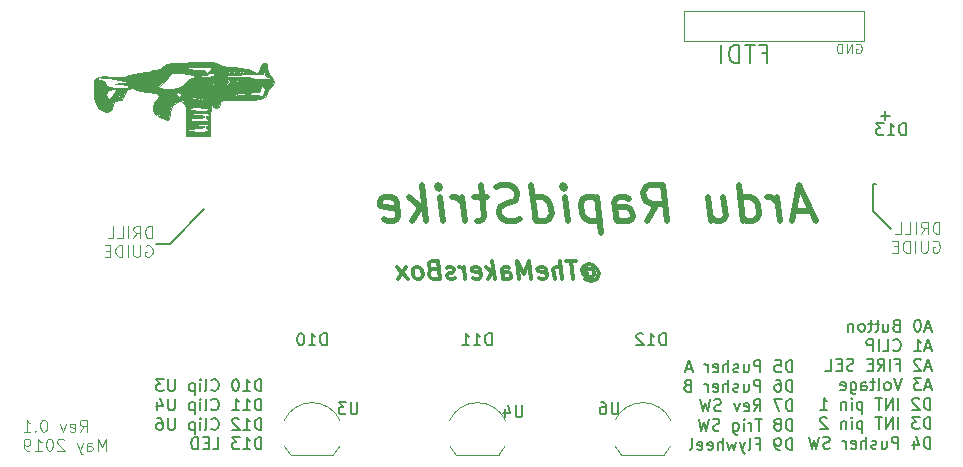
<source format=gbo>
G04 #@! TF.FileFunction,Legend,Bot*
%FSLAX46Y46*%
G04 Gerber Fmt 4.6, Leading zero omitted, Abs format (unit mm)*
G04 Created by KiCad (PCBNEW 4.0.7) date 05/25/19 09:29:53*
%MOMM*%
%LPD*%
G01*
G04 APERTURE LIST*
%ADD10C,0.100000*%
%ADD11C,0.150000*%
%ADD12C,0.200000*%
%ADD13C,0.300000*%
%ADD14C,0.500000*%
%ADD15C,0.120000*%
%ADD16C,0.010000*%
G04 APERTURE END LIST*
D10*
D11*
X204470000Y-102235000D02*
X204724000Y-102235000D01*
X204470000Y-104521000D02*
X204470000Y-102235000D01*
X205994000Y-106045000D02*
X204470000Y-104521000D01*
D10*
X210073905Y-106459381D02*
X210073905Y-105459381D01*
X209835810Y-105459381D01*
X209692952Y-105507000D01*
X209597714Y-105602238D01*
X209550095Y-105697476D01*
X209502476Y-105887952D01*
X209502476Y-106030810D01*
X209550095Y-106221286D01*
X209597714Y-106316524D01*
X209692952Y-106411762D01*
X209835810Y-106459381D01*
X210073905Y-106459381D01*
X208502476Y-106459381D02*
X208835810Y-105983190D01*
X209073905Y-106459381D02*
X209073905Y-105459381D01*
X208692952Y-105459381D01*
X208597714Y-105507000D01*
X208550095Y-105554619D01*
X208502476Y-105649857D01*
X208502476Y-105792714D01*
X208550095Y-105887952D01*
X208597714Y-105935571D01*
X208692952Y-105983190D01*
X209073905Y-105983190D01*
X208073905Y-106459381D02*
X208073905Y-105459381D01*
X207121524Y-106459381D02*
X207597715Y-106459381D01*
X207597715Y-105459381D01*
X206312000Y-106459381D02*
X206788191Y-106459381D01*
X206788191Y-105459381D01*
X209550095Y-107107000D02*
X209645333Y-107059381D01*
X209788190Y-107059381D01*
X209931048Y-107107000D01*
X210026286Y-107202238D01*
X210073905Y-107297476D01*
X210121524Y-107487952D01*
X210121524Y-107630810D01*
X210073905Y-107821286D01*
X210026286Y-107916524D01*
X209931048Y-108011762D01*
X209788190Y-108059381D01*
X209692952Y-108059381D01*
X209550095Y-108011762D01*
X209502476Y-107964143D01*
X209502476Y-107630810D01*
X209692952Y-107630810D01*
X209073905Y-107059381D02*
X209073905Y-107868905D01*
X209026286Y-107964143D01*
X208978667Y-108011762D01*
X208883429Y-108059381D01*
X208692952Y-108059381D01*
X208597714Y-108011762D01*
X208550095Y-107964143D01*
X208502476Y-107868905D01*
X208502476Y-107059381D01*
X208026286Y-108059381D02*
X208026286Y-107059381D01*
X207550096Y-108059381D02*
X207550096Y-107059381D01*
X207312001Y-107059381D01*
X207169143Y-107107000D01*
X207073905Y-107202238D01*
X207026286Y-107297476D01*
X206978667Y-107487952D01*
X206978667Y-107630810D01*
X207026286Y-107821286D01*
X207073905Y-107916524D01*
X207169143Y-108011762D01*
X207312001Y-108059381D01*
X207550096Y-108059381D01*
X206550096Y-107535571D02*
X206216762Y-107535571D01*
X206073905Y-108059381D02*
X206550096Y-108059381D01*
X206550096Y-107059381D01*
X206073905Y-107059381D01*
D12*
X205866952Y-96464429D02*
X205105047Y-96464429D01*
X205485999Y-96845381D02*
X205485999Y-96083476D01*
D11*
X144907000Y-107315000D02*
X143764000Y-107315000D01*
X147828000Y-104394000D02*
X144907000Y-107315000D01*
D10*
X143398905Y-106840381D02*
X143398905Y-105840381D01*
X143160810Y-105840381D01*
X143017952Y-105888000D01*
X142922714Y-105983238D01*
X142875095Y-106078476D01*
X142827476Y-106268952D01*
X142827476Y-106411810D01*
X142875095Y-106602286D01*
X142922714Y-106697524D01*
X143017952Y-106792762D01*
X143160810Y-106840381D01*
X143398905Y-106840381D01*
X141827476Y-106840381D02*
X142160810Y-106364190D01*
X142398905Y-106840381D02*
X142398905Y-105840381D01*
X142017952Y-105840381D01*
X141922714Y-105888000D01*
X141875095Y-105935619D01*
X141827476Y-106030857D01*
X141827476Y-106173714D01*
X141875095Y-106268952D01*
X141922714Y-106316571D01*
X142017952Y-106364190D01*
X142398905Y-106364190D01*
X141398905Y-106840381D02*
X141398905Y-105840381D01*
X140446524Y-106840381D02*
X140922715Y-106840381D01*
X140922715Y-105840381D01*
X139637000Y-106840381D02*
X140113191Y-106840381D01*
X140113191Y-105840381D01*
X142875095Y-107488000D02*
X142970333Y-107440381D01*
X143113190Y-107440381D01*
X143256048Y-107488000D01*
X143351286Y-107583238D01*
X143398905Y-107678476D01*
X143446524Y-107868952D01*
X143446524Y-108011810D01*
X143398905Y-108202286D01*
X143351286Y-108297524D01*
X143256048Y-108392762D01*
X143113190Y-108440381D01*
X143017952Y-108440381D01*
X142875095Y-108392762D01*
X142827476Y-108345143D01*
X142827476Y-108011810D01*
X143017952Y-108011810D01*
X142398905Y-107440381D02*
X142398905Y-108249905D01*
X142351286Y-108345143D01*
X142303667Y-108392762D01*
X142208429Y-108440381D01*
X142017952Y-108440381D01*
X141922714Y-108392762D01*
X141875095Y-108345143D01*
X141827476Y-108249905D01*
X141827476Y-107440381D01*
X141351286Y-108440381D02*
X141351286Y-107440381D01*
X140875096Y-108440381D02*
X140875096Y-107440381D01*
X140637001Y-107440381D01*
X140494143Y-107488000D01*
X140398905Y-107583238D01*
X140351286Y-107678476D01*
X140303667Y-107868952D01*
X140303667Y-108011810D01*
X140351286Y-108202286D01*
X140398905Y-108297524D01*
X140494143Y-108392762D01*
X140637001Y-108440381D01*
X140875096Y-108440381D01*
X139875096Y-107916571D02*
X139541762Y-107916571D01*
X139398905Y-108440381D02*
X139875096Y-108440381D01*
X139875096Y-107440381D01*
X139398905Y-107440381D01*
D11*
X207208286Y-98115381D02*
X207208286Y-97115381D01*
X206970191Y-97115381D01*
X206827333Y-97163000D01*
X206732095Y-97258238D01*
X206684476Y-97353476D01*
X206636857Y-97543952D01*
X206636857Y-97686810D01*
X206684476Y-97877286D01*
X206732095Y-97972524D01*
X206827333Y-98067762D01*
X206970191Y-98115381D01*
X207208286Y-98115381D01*
X205684476Y-98115381D02*
X206255905Y-98115381D01*
X205970191Y-98115381D02*
X205970191Y-97115381D01*
X206065429Y-97258238D01*
X206160667Y-97353476D01*
X206255905Y-97401095D01*
X205351143Y-97115381D02*
X204732095Y-97115381D01*
X205065429Y-97496333D01*
X204922571Y-97496333D01*
X204827333Y-97543952D01*
X204779714Y-97591571D01*
X204732095Y-97686810D01*
X204732095Y-97924905D01*
X204779714Y-98020143D01*
X204827333Y-98067762D01*
X204922571Y-98115381D01*
X205208286Y-98115381D01*
X205303524Y-98067762D01*
X205351143Y-98020143D01*
X186888286Y-115895381D02*
X186888286Y-114895381D01*
X186650191Y-114895381D01*
X186507333Y-114943000D01*
X186412095Y-115038238D01*
X186364476Y-115133476D01*
X186316857Y-115323952D01*
X186316857Y-115466810D01*
X186364476Y-115657286D01*
X186412095Y-115752524D01*
X186507333Y-115847762D01*
X186650191Y-115895381D01*
X186888286Y-115895381D01*
X185364476Y-115895381D02*
X185935905Y-115895381D01*
X185650191Y-115895381D02*
X185650191Y-114895381D01*
X185745429Y-115038238D01*
X185840667Y-115133476D01*
X185935905Y-115181095D01*
X184983524Y-114990619D02*
X184935905Y-114943000D01*
X184840667Y-114895381D01*
X184602571Y-114895381D01*
X184507333Y-114943000D01*
X184459714Y-114990619D01*
X184412095Y-115085857D01*
X184412095Y-115181095D01*
X184459714Y-115323952D01*
X185031143Y-115895381D01*
X184412095Y-115895381D01*
X172156286Y-115895381D02*
X172156286Y-114895381D01*
X171918191Y-114895381D01*
X171775333Y-114943000D01*
X171680095Y-115038238D01*
X171632476Y-115133476D01*
X171584857Y-115323952D01*
X171584857Y-115466810D01*
X171632476Y-115657286D01*
X171680095Y-115752524D01*
X171775333Y-115847762D01*
X171918191Y-115895381D01*
X172156286Y-115895381D01*
X170632476Y-115895381D02*
X171203905Y-115895381D01*
X170918191Y-115895381D02*
X170918191Y-114895381D01*
X171013429Y-115038238D01*
X171108667Y-115133476D01*
X171203905Y-115181095D01*
X169680095Y-115895381D02*
X170251524Y-115895381D01*
X169965810Y-115895381D02*
X169965810Y-114895381D01*
X170061048Y-115038238D01*
X170156286Y-115133476D01*
X170251524Y-115181095D01*
X158186286Y-115895381D02*
X158186286Y-114895381D01*
X157948191Y-114895381D01*
X157805333Y-114943000D01*
X157710095Y-115038238D01*
X157662476Y-115133476D01*
X157614857Y-115323952D01*
X157614857Y-115466810D01*
X157662476Y-115657286D01*
X157710095Y-115752524D01*
X157805333Y-115847762D01*
X157948191Y-115895381D01*
X158186286Y-115895381D01*
X156662476Y-115895381D02*
X157233905Y-115895381D01*
X156948191Y-115895381D02*
X156948191Y-114895381D01*
X157043429Y-115038238D01*
X157138667Y-115133476D01*
X157233905Y-115181095D01*
X156043429Y-114895381D02*
X155948190Y-114895381D01*
X155852952Y-114943000D01*
X155805333Y-114990619D01*
X155757714Y-115085857D01*
X155710095Y-115276333D01*
X155710095Y-115514429D01*
X155757714Y-115704905D01*
X155805333Y-115800143D01*
X155852952Y-115847762D01*
X155948190Y-115895381D01*
X156043429Y-115895381D01*
X156138667Y-115847762D01*
X156186286Y-115800143D01*
X156233905Y-115704905D01*
X156281524Y-115514429D01*
X156281524Y-115276333D01*
X156233905Y-115085857D01*
X156186286Y-114990619D01*
X156138667Y-114943000D01*
X156043429Y-114895381D01*
X152669905Y-119770381D02*
X152669905Y-118770381D01*
X152431810Y-118770381D01*
X152288952Y-118818000D01*
X152193714Y-118913238D01*
X152146095Y-119008476D01*
X152098476Y-119198952D01*
X152098476Y-119341810D01*
X152146095Y-119532286D01*
X152193714Y-119627524D01*
X152288952Y-119722762D01*
X152431810Y-119770381D01*
X152669905Y-119770381D01*
X151146095Y-119770381D02*
X151717524Y-119770381D01*
X151431810Y-119770381D02*
X151431810Y-118770381D01*
X151527048Y-118913238D01*
X151622286Y-119008476D01*
X151717524Y-119056095D01*
X150527048Y-118770381D02*
X150431809Y-118770381D01*
X150336571Y-118818000D01*
X150288952Y-118865619D01*
X150241333Y-118960857D01*
X150193714Y-119151333D01*
X150193714Y-119389429D01*
X150241333Y-119579905D01*
X150288952Y-119675143D01*
X150336571Y-119722762D01*
X150431809Y-119770381D01*
X150527048Y-119770381D01*
X150622286Y-119722762D01*
X150669905Y-119675143D01*
X150717524Y-119579905D01*
X150765143Y-119389429D01*
X150765143Y-119151333D01*
X150717524Y-118960857D01*
X150669905Y-118865619D01*
X150622286Y-118818000D01*
X150527048Y-118770381D01*
X148431809Y-119675143D02*
X148479428Y-119722762D01*
X148622285Y-119770381D01*
X148717523Y-119770381D01*
X148860381Y-119722762D01*
X148955619Y-119627524D01*
X149003238Y-119532286D01*
X149050857Y-119341810D01*
X149050857Y-119198952D01*
X149003238Y-119008476D01*
X148955619Y-118913238D01*
X148860381Y-118818000D01*
X148717523Y-118770381D01*
X148622285Y-118770381D01*
X148479428Y-118818000D01*
X148431809Y-118865619D01*
X147860381Y-119770381D02*
X147955619Y-119722762D01*
X148003238Y-119627524D01*
X148003238Y-118770381D01*
X147479428Y-119770381D02*
X147479428Y-119103714D01*
X147479428Y-118770381D02*
X147527047Y-118818000D01*
X147479428Y-118865619D01*
X147431809Y-118818000D01*
X147479428Y-118770381D01*
X147479428Y-118865619D01*
X147003238Y-119103714D02*
X147003238Y-120103714D01*
X147003238Y-119151333D02*
X146908000Y-119103714D01*
X146717523Y-119103714D01*
X146622285Y-119151333D01*
X146574666Y-119198952D01*
X146527047Y-119294190D01*
X146527047Y-119579905D01*
X146574666Y-119675143D01*
X146622285Y-119722762D01*
X146717523Y-119770381D01*
X146908000Y-119770381D01*
X147003238Y-119722762D01*
X145336571Y-118770381D02*
X145336571Y-119579905D01*
X145288952Y-119675143D01*
X145241333Y-119722762D01*
X145146095Y-119770381D01*
X144955618Y-119770381D01*
X144860380Y-119722762D01*
X144812761Y-119675143D01*
X144765142Y-119579905D01*
X144765142Y-118770381D01*
X144384190Y-118770381D02*
X143765142Y-118770381D01*
X144098476Y-119151333D01*
X143955618Y-119151333D01*
X143860380Y-119198952D01*
X143812761Y-119246571D01*
X143765142Y-119341810D01*
X143765142Y-119579905D01*
X143812761Y-119675143D01*
X143860380Y-119722762D01*
X143955618Y-119770381D01*
X144241333Y-119770381D01*
X144336571Y-119722762D01*
X144384190Y-119675143D01*
X152669905Y-121420381D02*
X152669905Y-120420381D01*
X152431810Y-120420381D01*
X152288952Y-120468000D01*
X152193714Y-120563238D01*
X152146095Y-120658476D01*
X152098476Y-120848952D01*
X152098476Y-120991810D01*
X152146095Y-121182286D01*
X152193714Y-121277524D01*
X152288952Y-121372762D01*
X152431810Y-121420381D01*
X152669905Y-121420381D01*
X151146095Y-121420381D02*
X151717524Y-121420381D01*
X151431810Y-121420381D02*
X151431810Y-120420381D01*
X151527048Y-120563238D01*
X151622286Y-120658476D01*
X151717524Y-120706095D01*
X150193714Y-121420381D02*
X150765143Y-121420381D01*
X150479429Y-121420381D02*
X150479429Y-120420381D01*
X150574667Y-120563238D01*
X150669905Y-120658476D01*
X150765143Y-120706095D01*
X148431809Y-121325143D02*
X148479428Y-121372762D01*
X148622285Y-121420381D01*
X148717523Y-121420381D01*
X148860381Y-121372762D01*
X148955619Y-121277524D01*
X149003238Y-121182286D01*
X149050857Y-120991810D01*
X149050857Y-120848952D01*
X149003238Y-120658476D01*
X148955619Y-120563238D01*
X148860381Y-120468000D01*
X148717523Y-120420381D01*
X148622285Y-120420381D01*
X148479428Y-120468000D01*
X148431809Y-120515619D01*
X147860381Y-121420381D02*
X147955619Y-121372762D01*
X148003238Y-121277524D01*
X148003238Y-120420381D01*
X147479428Y-121420381D02*
X147479428Y-120753714D01*
X147479428Y-120420381D02*
X147527047Y-120468000D01*
X147479428Y-120515619D01*
X147431809Y-120468000D01*
X147479428Y-120420381D01*
X147479428Y-120515619D01*
X147003238Y-120753714D02*
X147003238Y-121753714D01*
X147003238Y-120801333D02*
X146908000Y-120753714D01*
X146717523Y-120753714D01*
X146622285Y-120801333D01*
X146574666Y-120848952D01*
X146527047Y-120944190D01*
X146527047Y-121229905D01*
X146574666Y-121325143D01*
X146622285Y-121372762D01*
X146717523Y-121420381D01*
X146908000Y-121420381D01*
X147003238Y-121372762D01*
X145336571Y-120420381D02*
X145336571Y-121229905D01*
X145288952Y-121325143D01*
X145241333Y-121372762D01*
X145146095Y-121420381D01*
X144955618Y-121420381D01*
X144860380Y-121372762D01*
X144812761Y-121325143D01*
X144765142Y-121229905D01*
X144765142Y-120420381D01*
X143860380Y-120753714D02*
X143860380Y-121420381D01*
X144098476Y-120372762D02*
X144336571Y-121087048D01*
X143717523Y-121087048D01*
X152669905Y-123070381D02*
X152669905Y-122070381D01*
X152431810Y-122070381D01*
X152288952Y-122118000D01*
X152193714Y-122213238D01*
X152146095Y-122308476D01*
X152098476Y-122498952D01*
X152098476Y-122641810D01*
X152146095Y-122832286D01*
X152193714Y-122927524D01*
X152288952Y-123022762D01*
X152431810Y-123070381D01*
X152669905Y-123070381D01*
X151146095Y-123070381D02*
X151717524Y-123070381D01*
X151431810Y-123070381D02*
X151431810Y-122070381D01*
X151527048Y-122213238D01*
X151622286Y-122308476D01*
X151717524Y-122356095D01*
X150765143Y-122165619D02*
X150717524Y-122118000D01*
X150622286Y-122070381D01*
X150384190Y-122070381D01*
X150288952Y-122118000D01*
X150241333Y-122165619D01*
X150193714Y-122260857D01*
X150193714Y-122356095D01*
X150241333Y-122498952D01*
X150812762Y-123070381D01*
X150193714Y-123070381D01*
X148431809Y-122975143D02*
X148479428Y-123022762D01*
X148622285Y-123070381D01*
X148717523Y-123070381D01*
X148860381Y-123022762D01*
X148955619Y-122927524D01*
X149003238Y-122832286D01*
X149050857Y-122641810D01*
X149050857Y-122498952D01*
X149003238Y-122308476D01*
X148955619Y-122213238D01*
X148860381Y-122118000D01*
X148717523Y-122070381D01*
X148622285Y-122070381D01*
X148479428Y-122118000D01*
X148431809Y-122165619D01*
X147860381Y-123070381D02*
X147955619Y-123022762D01*
X148003238Y-122927524D01*
X148003238Y-122070381D01*
X147479428Y-123070381D02*
X147479428Y-122403714D01*
X147479428Y-122070381D02*
X147527047Y-122118000D01*
X147479428Y-122165619D01*
X147431809Y-122118000D01*
X147479428Y-122070381D01*
X147479428Y-122165619D01*
X147003238Y-122403714D02*
X147003238Y-123403714D01*
X147003238Y-122451333D02*
X146908000Y-122403714D01*
X146717523Y-122403714D01*
X146622285Y-122451333D01*
X146574666Y-122498952D01*
X146527047Y-122594190D01*
X146527047Y-122879905D01*
X146574666Y-122975143D01*
X146622285Y-123022762D01*
X146717523Y-123070381D01*
X146908000Y-123070381D01*
X147003238Y-123022762D01*
X145336571Y-122070381D02*
X145336571Y-122879905D01*
X145288952Y-122975143D01*
X145241333Y-123022762D01*
X145146095Y-123070381D01*
X144955618Y-123070381D01*
X144860380Y-123022762D01*
X144812761Y-122975143D01*
X144765142Y-122879905D01*
X144765142Y-122070381D01*
X143860380Y-122070381D02*
X144050857Y-122070381D01*
X144146095Y-122118000D01*
X144193714Y-122165619D01*
X144288952Y-122308476D01*
X144336571Y-122498952D01*
X144336571Y-122879905D01*
X144288952Y-122975143D01*
X144241333Y-123022762D01*
X144146095Y-123070381D01*
X143955618Y-123070381D01*
X143860380Y-123022762D01*
X143812761Y-122975143D01*
X143765142Y-122879905D01*
X143765142Y-122641810D01*
X143812761Y-122546571D01*
X143860380Y-122498952D01*
X143955618Y-122451333D01*
X144146095Y-122451333D01*
X144241333Y-122498952D01*
X144288952Y-122546571D01*
X144336571Y-122641810D01*
X152669905Y-124720381D02*
X152669905Y-123720381D01*
X152431810Y-123720381D01*
X152288952Y-123768000D01*
X152193714Y-123863238D01*
X152146095Y-123958476D01*
X152098476Y-124148952D01*
X152098476Y-124291810D01*
X152146095Y-124482286D01*
X152193714Y-124577524D01*
X152288952Y-124672762D01*
X152431810Y-124720381D01*
X152669905Y-124720381D01*
X151146095Y-124720381D02*
X151717524Y-124720381D01*
X151431810Y-124720381D02*
X151431810Y-123720381D01*
X151527048Y-123863238D01*
X151622286Y-123958476D01*
X151717524Y-124006095D01*
X150812762Y-123720381D02*
X150193714Y-123720381D01*
X150527048Y-124101333D01*
X150384190Y-124101333D01*
X150288952Y-124148952D01*
X150241333Y-124196571D01*
X150193714Y-124291810D01*
X150193714Y-124529905D01*
X150241333Y-124625143D01*
X150288952Y-124672762D01*
X150384190Y-124720381D01*
X150669905Y-124720381D01*
X150765143Y-124672762D01*
X150812762Y-124625143D01*
X148527047Y-124720381D02*
X149003238Y-124720381D01*
X149003238Y-123720381D01*
X148193714Y-124196571D02*
X147860380Y-124196571D01*
X147717523Y-124720381D02*
X148193714Y-124720381D01*
X148193714Y-123720381D01*
X147717523Y-123720381D01*
X147288952Y-124720381D02*
X147288952Y-123720381D01*
X147050857Y-123720381D01*
X146907999Y-123768000D01*
X146812761Y-123863238D01*
X146765142Y-123958476D01*
X146717523Y-124148952D01*
X146717523Y-124291810D01*
X146765142Y-124482286D01*
X146812761Y-124577524D01*
X146907999Y-124672762D01*
X147050857Y-124720381D01*
X147288952Y-124720381D01*
X197627905Y-118183381D02*
X197627905Y-117183381D01*
X197389810Y-117183381D01*
X197246952Y-117231000D01*
X197151714Y-117326238D01*
X197104095Y-117421476D01*
X197056476Y-117611952D01*
X197056476Y-117754810D01*
X197104095Y-117945286D01*
X197151714Y-118040524D01*
X197246952Y-118135762D01*
X197389810Y-118183381D01*
X197627905Y-118183381D01*
X196151714Y-117183381D02*
X196627905Y-117183381D01*
X196675524Y-117659571D01*
X196627905Y-117611952D01*
X196532667Y-117564333D01*
X196294571Y-117564333D01*
X196199333Y-117611952D01*
X196151714Y-117659571D01*
X196104095Y-117754810D01*
X196104095Y-117992905D01*
X196151714Y-118088143D01*
X196199333Y-118135762D01*
X196294571Y-118183381D01*
X196532667Y-118183381D01*
X196627905Y-118135762D01*
X196675524Y-118088143D01*
X194913619Y-118183381D02*
X194913619Y-117183381D01*
X194532666Y-117183381D01*
X194437428Y-117231000D01*
X194389809Y-117278619D01*
X194342190Y-117373857D01*
X194342190Y-117516714D01*
X194389809Y-117611952D01*
X194437428Y-117659571D01*
X194532666Y-117707190D01*
X194913619Y-117707190D01*
X193485047Y-117516714D02*
X193485047Y-118183381D01*
X193913619Y-117516714D02*
X193913619Y-118040524D01*
X193866000Y-118135762D01*
X193770762Y-118183381D01*
X193627904Y-118183381D01*
X193532666Y-118135762D01*
X193485047Y-118088143D01*
X193056476Y-118135762D02*
X192961238Y-118183381D01*
X192770762Y-118183381D01*
X192675523Y-118135762D01*
X192627904Y-118040524D01*
X192627904Y-117992905D01*
X192675523Y-117897667D01*
X192770762Y-117850048D01*
X192913619Y-117850048D01*
X193008857Y-117802429D01*
X193056476Y-117707190D01*
X193056476Y-117659571D01*
X193008857Y-117564333D01*
X192913619Y-117516714D01*
X192770762Y-117516714D01*
X192675523Y-117564333D01*
X192199333Y-118183381D02*
X192199333Y-117183381D01*
X191770761Y-118183381D02*
X191770761Y-117659571D01*
X191818380Y-117564333D01*
X191913618Y-117516714D01*
X192056476Y-117516714D01*
X192151714Y-117564333D01*
X192199333Y-117611952D01*
X190913618Y-118135762D02*
X191008856Y-118183381D01*
X191199333Y-118183381D01*
X191294571Y-118135762D01*
X191342190Y-118040524D01*
X191342190Y-117659571D01*
X191294571Y-117564333D01*
X191199333Y-117516714D01*
X191008856Y-117516714D01*
X190913618Y-117564333D01*
X190865999Y-117659571D01*
X190865999Y-117754810D01*
X191342190Y-117850048D01*
X190437428Y-118183381D02*
X190437428Y-117516714D01*
X190437428Y-117707190D02*
X190389809Y-117611952D01*
X190342190Y-117564333D01*
X190246952Y-117516714D01*
X190151713Y-117516714D01*
X189104094Y-117897667D02*
X188627903Y-117897667D01*
X189199332Y-118183381D02*
X188865999Y-117183381D01*
X188532665Y-118183381D01*
X197627905Y-119833381D02*
X197627905Y-118833381D01*
X197389810Y-118833381D01*
X197246952Y-118881000D01*
X197151714Y-118976238D01*
X197104095Y-119071476D01*
X197056476Y-119261952D01*
X197056476Y-119404810D01*
X197104095Y-119595286D01*
X197151714Y-119690524D01*
X197246952Y-119785762D01*
X197389810Y-119833381D01*
X197627905Y-119833381D01*
X196199333Y-118833381D02*
X196389810Y-118833381D01*
X196485048Y-118881000D01*
X196532667Y-118928619D01*
X196627905Y-119071476D01*
X196675524Y-119261952D01*
X196675524Y-119642905D01*
X196627905Y-119738143D01*
X196580286Y-119785762D01*
X196485048Y-119833381D01*
X196294571Y-119833381D01*
X196199333Y-119785762D01*
X196151714Y-119738143D01*
X196104095Y-119642905D01*
X196104095Y-119404810D01*
X196151714Y-119309571D01*
X196199333Y-119261952D01*
X196294571Y-119214333D01*
X196485048Y-119214333D01*
X196580286Y-119261952D01*
X196627905Y-119309571D01*
X196675524Y-119404810D01*
X194913619Y-119833381D02*
X194913619Y-118833381D01*
X194532666Y-118833381D01*
X194437428Y-118881000D01*
X194389809Y-118928619D01*
X194342190Y-119023857D01*
X194342190Y-119166714D01*
X194389809Y-119261952D01*
X194437428Y-119309571D01*
X194532666Y-119357190D01*
X194913619Y-119357190D01*
X193485047Y-119166714D02*
X193485047Y-119833381D01*
X193913619Y-119166714D02*
X193913619Y-119690524D01*
X193866000Y-119785762D01*
X193770762Y-119833381D01*
X193627904Y-119833381D01*
X193532666Y-119785762D01*
X193485047Y-119738143D01*
X193056476Y-119785762D02*
X192961238Y-119833381D01*
X192770762Y-119833381D01*
X192675523Y-119785762D01*
X192627904Y-119690524D01*
X192627904Y-119642905D01*
X192675523Y-119547667D01*
X192770762Y-119500048D01*
X192913619Y-119500048D01*
X193008857Y-119452429D01*
X193056476Y-119357190D01*
X193056476Y-119309571D01*
X193008857Y-119214333D01*
X192913619Y-119166714D01*
X192770762Y-119166714D01*
X192675523Y-119214333D01*
X192199333Y-119833381D02*
X192199333Y-118833381D01*
X191770761Y-119833381D02*
X191770761Y-119309571D01*
X191818380Y-119214333D01*
X191913618Y-119166714D01*
X192056476Y-119166714D01*
X192151714Y-119214333D01*
X192199333Y-119261952D01*
X190913618Y-119785762D02*
X191008856Y-119833381D01*
X191199333Y-119833381D01*
X191294571Y-119785762D01*
X191342190Y-119690524D01*
X191342190Y-119309571D01*
X191294571Y-119214333D01*
X191199333Y-119166714D01*
X191008856Y-119166714D01*
X190913618Y-119214333D01*
X190865999Y-119309571D01*
X190865999Y-119404810D01*
X191342190Y-119500048D01*
X190437428Y-119833381D02*
X190437428Y-119166714D01*
X190437428Y-119357190D02*
X190389809Y-119261952D01*
X190342190Y-119214333D01*
X190246952Y-119166714D01*
X190151713Y-119166714D01*
X188723141Y-119309571D02*
X188580284Y-119357190D01*
X188532665Y-119404810D01*
X188485046Y-119500048D01*
X188485046Y-119642905D01*
X188532665Y-119738143D01*
X188580284Y-119785762D01*
X188675522Y-119833381D01*
X189056475Y-119833381D01*
X189056475Y-118833381D01*
X188723141Y-118833381D01*
X188627903Y-118881000D01*
X188580284Y-118928619D01*
X188532665Y-119023857D01*
X188532665Y-119119095D01*
X188580284Y-119214333D01*
X188627903Y-119261952D01*
X188723141Y-119309571D01*
X189056475Y-119309571D01*
X197627905Y-121483381D02*
X197627905Y-120483381D01*
X197389810Y-120483381D01*
X197246952Y-120531000D01*
X197151714Y-120626238D01*
X197104095Y-120721476D01*
X197056476Y-120911952D01*
X197056476Y-121054810D01*
X197104095Y-121245286D01*
X197151714Y-121340524D01*
X197246952Y-121435762D01*
X197389810Y-121483381D01*
X197627905Y-121483381D01*
X196723143Y-120483381D02*
X196056476Y-120483381D01*
X196485048Y-121483381D01*
X194342190Y-121483381D02*
X194675524Y-121007190D01*
X194913619Y-121483381D02*
X194913619Y-120483381D01*
X194532666Y-120483381D01*
X194437428Y-120531000D01*
X194389809Y-120578619D01*
X194342190Y-120673857D01*
X194342190Y-120816714D01*
X194389809Y-120911952D01*
X194437428Y-120959571D01*
X194532666Y-121007190D01*
X194913619Y-121007190D01*
X193532666Y-121435762D02*
X193627904Y-121483381D01*
X193818381Y-121483381D01*
X193913619Y-121435762D01*
X193961238Y-121340524D01*
X193961238Y-120959571D01*
X193913619Y-120864333D01*
X193818381Y-120816714D01*
X193627904Y-120816714D01*
X193532666Y-120864333D01*
X193485047Y-120959571D01*
X193485047Y-121054810D01*
X193961238Y-121150048D01*
X193151714Y-120816714D02*
X192913619Y-121483381D01*
X192675523Y-120816714D01*
X191580285Y-121435762D02*
X191437428Y-121483381D01*
X191199332Y-121483381D01*
X191104094Y-121435762D01*
X191056475Y-121388143D01*
X191008856Y-121292905D01*
X191008856Y-121197667D01*
X191056475Y-121102429D01*
X191104094Y-121054810D01*
X191199332Y-121007190D01*
X191389809Y-120959571D01*
X191485047Y-120911952D01*
X191532666Y-120864333D01*
X191580285Y-120769095D01*
X191580285Y-120673857D01*
X191532666Y-120578619D01*
X191485047Y-120531000D01*
X191389809Y-120483381D01*
X191151713Y-120483381D01*
X191008856Y-120531000D01*
X190675523Y-120483381D02*
X190437428Y-121483381D01*
X190246951Y-120769095D01*
X190056475Y-121483381D01*
X189818380Y-120483381D01*
X197627905Y-123133381D02*
X197627905Y-122133381D01*
X197389810Y-122133381D01*
X197246952Y-122181000D01*
X197151714Y-122276238D01*
X197104095Y-122371476D01*
X197056476Y-122561952D01*
X197056476Y-122704810D01*
X197104095Y-122895286D01*
X197151714Y-122990524D01*
X197246952Y-123085762D01*
X197389810Y-123133381D01*
X197627905Y-123133381D01*
X196485048Y-122561952D02*
X196580286Y-122514333D01*
X196627905Y-122466714D01*
X196675524Y-122371476D01*
X196675524Y-122323857D01*
X196627905Y-122228619D01*
X196580286Y-122181000D01*
X196485048Y-122133381D01*
X196294571Y-122133381D01*
X196199333Y-122181000D01*
X196151714Y-122228619D01*
X196104095Y-122323857D01*
X196104095Y-122371476D01*
X196151714Y-122466714D01*
X196199333Y-122514333D01*
X196294571Y-122561952D01*
X196485048Y-122561952D01*
X196580286Y-122609571D01*
X196627905Y-122657190D01*
X196675524Y-122752429D01*
X196675524Y-122942905D01*
X196627905Y-123038143D01*
X196580286Y-123085762D01*
X196485048Y-123133381D01*
X196294571Y-123133381D01*
X196199333Y-123085762D01*
X196151714Y-123038143D01*
X196104095Y-122942905D01*
X196104095Y-122752429D01*
X196151714Y-122657190D01*
X196199333Y-122609571D01*
X196294571Y-122561952D01*
X195056476Y-122133381D02*
X194485047Y-122133381D01*
X194770762Y-123133381D02*
X194770762Y-122133381D01*
X194151714Y-123133381D02*
X194151714Y-122466714D01*
X194151714Y-122657190D02*
X194104095Y-122561952D01*
X194056476Y-122514333D01*
X193961238Y-122466714D01*
X193865999Y-122466714D01*
X193532666Y-123133381D02*
X193532666Y-122466714D01*
X193532666Y-122133381D02*
X193580285Y-122181000D01*
X193532666Y-122228619D01*
X193485047Y-122181000D01*
X193532666Y-122133381D01*
X193532666Y-122228619D01*
X192627904Y-122466714D02*
X192627904Y-123276238D01*
X192675523Y-123371476D01*
X192723142Y-123419095D01*
X192818381Y-123466714D01*
X192961238Y-123466714D01*
X193056476Y-123419095D01*
X192627904Y-123085762D02*
X192723142Y-123133381D01*
X192913619Y-123133381D01*
X193008857Y-123085762D01*
X193056476Y-123038143D01*
X193104095Y-122942905D01*
X193104095Y-122657190D01*
X193056476Y-122561952D01*
X193008857Y-122514333D01*
X192913619Y-122466714D01*
X192723142Y-122466714D01*
X192627904Y-122514333D01*
X191437428Y-123085762D02*
X191294571Y-123133381D01*
X191056475Y-123133381D01*
X190961237Y-123085762D01*
X190913618Y-123038143D01*
X190865999Y-122942905D01*
X190865999Y-122847667D01*
X190913618Y-122752429D01*
X190961237Y-122704810D01*
X191056475Y-122657190D01*
X191246952Y-122609571D01*
X191342190Y-122561952D01*
X191389809Y-122514333D01*
X191437428Y-122419095D01*
X191437428Y-122323857D01*
X191389809Y-122228619D01*
X191342190Y-122181000D01*
X191246952Y-122133381D01*
X191008856Y-122133381D01*
X190865999Y-122181000D01*
X190532666Y-122133381D02*
X190294571Y-123133381D01*
X190104094Y-122419095D01*
X189913618Y-123133381D01*
X189675523Y-122133381D01*
X197627905Y-124783381D02*
X197627905Y-123783381D01*
X197389810Y-123783381D01*
X197246952Y-123831000D01*
X197151714Y-123926238D01*
X197104095Y-124021476D01*
X197056476Y-124211952D01*
X197056476Y-124354810D01*
X197104095Y-124545286D01*
X197151714Y-124640524D01*
X197246952Y-124735762D01*
X197389810Y-124783381D01*
X197627905Y-124783381D01*
X196580286Y-124783381D02*
X196389810Y-124783381D01*
X196294571Y-124735762D01*
X196246952Y-124688143D01*
X196151714Y-124545286D01*
X196104095Y-124354810D01*
X196104095Y-123973857D01*
X196151714Y-123878619D01*
X196199333Y-123831000D01*
X196294571Y-123783381D01*
X196485048Y-123783381D01*
X196580286Y-123831000D01*
X196627905Y-123878619D01*
X196675524Y-123973857D01*
X196675524Y-124211952D01*
X196627905Y-124307190D01*
X196580286Y-124354810D01*
X196485048Y-124402429D01*
X196294571Y-124402429D01*
X196199333Y-124354810D01*
X196151714Y-124307190D01*
X196104095Y-124211952D01*
X194580285Y-124259571D02*
X194913619Y-124259571D01*
X194913619Y-124783381D02*
X194913619Y-123783381D01*
X194437428Y-123783381D01*
X193913619Y-124783381D02*
X194008857Y-124735762D01*
X194056476Y-124640524D01*
X194056476Y-123783381D01*
X193627904Y-124116714D02*
X193389809Y-124783381D01*
X193151713Y-124116714D02*
X193389809Y-124783381D01*
X193485047Y-125021476D01*
X193532666Y-125069095D01*
X193627904Y-125116714D01*
X192865999Y-124116714D02*
X192675523Y-124783381D01*
X192485046Y-124307190D01*
X192294570Y-124783381D01*
X192104094Y-124116714D01*
X191723142Y-124783381D02*
X191723142Y-123783381D01*
X191294570Y-124783381D02*
X191294570Y-124259571D01*
X191342189Y-124164333D01*
X191437427Y-124116714D01*
X191580285Y-124116714D01*
X191675523Y-124164333D01*
X191723142Y-124211952D01*
X190437427Y-124735762D02*
X190532665Y-124783381D01*
X190723142Y-124783381D01*
X190818380Y-124735762D01*
X190865999Y-124640524D01*
X190865999Y-124259571D01*
X190818380Y-124164333D01*
X190723142Y-124116714D01*
X190532665Y-124116714D01*
X190437427Y-124164333D01*
X190389808Y-124259571D01*
X190389808Y-124354810D01*
X190865999Y-124450048D01*
X189580284Y-124735762D02*
X189675522Y-124783381D01*
X189865999Y-124783381D01*
X189961237Y-124735762D01*
X190008856Y-124640524D01*
X190008856Y-124259571D01*
X189961237Y-124164333D01*
X189865999Y-124116714D01*
X189675522Y-124116714D01*
X189580284Y-124164333D01*
X189532665Y-124259571D01*
X189532665Y-124354810D01*
X190008856Y-124450048D01*
X188961237Y-124783381D02*
X189056475Y-124735762D01*
X189104094Y-124640524D01*
X189104094Y-123783381D01*
X209359524Y-114469667D02*
X208883333Y-114469667D01*
X209454762Y-114755381D02*
X209121429Y-113755381D01*
X208788095Y-114755381D01*
X208264286Y-113755381D02*
X208169047Y-113755381D01*
X208073809Y-113803000D01*
X208026190Y-113850619D01*
X207978571Y-113945857D01*
X207930952Y-114136333D01*
X207930952Y-114374429D01*
X207978571Y-114564905D01*
X208026190Y-114660143D01*
X208073809Y-114707762D01*
X208169047Y-114755381D01*
X208264286Y-114755381D01*
X208359524Y-114707762D01*
X208407143Y-114660143D01*
X208454762Y-114564905D01*
X208502381Y-114374429D01*
X208502381Y-114136333D01*
X208454762Y-113945857D01*
X208407143Y-113850619D01*
X208359524Y-113803000D01*
X208264286Y-113755381D01*
X206407142Y-114231571D02*
X206264285Y-114279190D01*
X206216666Y-114326810D01*
X206169047Y-114422048D01*
X206169047Y-114564905D01*
X206216666Y-114660143D01*
X206264285Y-114707762D01*
X206359523Y-114755381D01*
X206740476Y-114755381D01*
X206740476Y-113755381D01*
X206407142Y-113755381D01*
X206311904Y-113803000D01*
X206264285Y-113850619D01*
X206216666Y-113945857D01*
X206216666Y-114041095D01*
X206264285Y-114136333D01*
X206311904Y-114183952D01*
X206407142Y-114231571D01*
X206740476Y-114231571D01*
X205311904Y-114088714D02*
X205311904Y-114755381D01*
X205740476Y-114088714D02*
X205740476Y-114612524D01*
X205692857Y-114707762D01*
X205597619Y-114755381D01*
X205454761Y-114755381D01*
X205359523Y-114707762D01*
X205311904Y-114660143D01*
X204978571Y-114088714D02*
X204597619Y-114088714D01*
X204835714Y-113755381D02*
X204835714Y-114612524D01*
X204788095Y-114707762D01*
X204692857Y-114755381D01*
X204597619Y-114755381D01*
X204407142Y-114088714D02*
X204026190Y-114088714D01*
X204264285Y-113755381D02*
X204264285Y-114612524D01*
X204216666Y-114707762D01*
X204121428Y-114755381D01*
X204026190Y-114755381D01*
X203549999Y-114755381D02*
X203645237Y-114707762D01*
X203692856Y-114660143D01*
X203740475Y-114564905D01*
X203740475Y-114279190D01*
X203692856Y-114183952D01*
X203645237Y-114136333D01*
X203549999Y-114088714D01*
X203407141Y-114088714D01*
X203311903Y-114136333D01*
X203264284Y-114183952D01*
X203216665Y-114279190D01*
X203216665Y-114564905D01*
X203264284Y-114660143D01*
X203311903Y-114707762D01*
X203407141Y-114755381D01*
X203549999Y-114755381D01*
X202788094Y-114088714D02*
X202788094Y-114755381D01*
X202788094Y-114183952D02*
X202740475Y-114136333D01*
X202645237Y-114088714D01*
X202502379Y-114088714D01*
X202407141Y-114136333D01*
X202359522Y-114231571D01*
X202359522Y-114755381D01*
X209359524Y-116119667D02*
X208883333Y-116119667D01*
X209454762Y-116405381D02*
X209121429Y-115405381D01*
X208788095Y-116405381D01*
X207930952Y-116405381D02*
X208502381Y-116405381D01*
X208216667Y-116405381D02*
X208216667Y-115405381D01*
X208311905Y-115548238D01*
X208407143Y-115643476D01*
X208502381Y-115691095D01*
X206169047Y-116310143D02*
X206216666Y-116357762D01*
X206359523Y-116405381D01*
X206454761Y-116405381D01*
X206597619Y-116357762D01*
X206692857Y-116262524D01*
X206740476Y-116167286D01*
X206788095Y-115976810D01*
X206788095Y-115833952D01*
X206740476Y-115643476D01*
X206692857Y-115548238D01*
X206597619Y-115453000D01*
X206454761Y-115405381D01*
X206359523Y-115405381D01*
X206216666Y-115453000D01*
X206169047Y-115500619D01*
X205264285Y-116405381D02*
X205740476Y-116405381D01*
X205740476Y-115405381D01*
X204930952Y-116405381D02*
X204930952Y-115405381D01*
X204454762Y-116405381D02*
X204454762Y-115405381D01*
X204073809Y-115405381D01*
X203978571Y-115453000D01*
X203930952Y-115500619D01*
X203883333Y-115595857D01*
X203883333Y-115738714D01*
X203930952Y-115833952D01*
X203978571Y-115881571D01*
X204073809Y-115929190D01*
X204454762Y-115929190D01*
X209359524Y-117769667D02*
X208883333Y-117769667D01*
X209454762Y-118055381D02*
X209121429Y-117055381D01*
X208788095Y-118055381D01*
X208502381Y-117150619D02*
X208454762Y-117103000D01*
X208359524Y-117055381D01*
X208121428Y-117055381D01*
X208026190Y-117103000D01*
X207978571Y-117150619D01*
X207930952Y-117245857D01*
X207930952Y-117341095D01*
X207978571Y-117483952D01*
X208550000Y-118055381D01*
X207930952Y-118055381D01*
X206407142Y-117531571D02*
X206740476Y-117531571D01*
X206740476Y-118055381D02*
X206740476Y-117055381D01*
X206264285Y-117055381D01*
X205883333Y-118055381D02*
X205883333Y-117055381D01*
X204835714Y-118055381D02*
X205169048Y-117579190D01*
X205407143Y-118055381D02*
X205407143Y-117055381D01*
X205026190Y-117055381D01*
X204930952Y-117103000D01*
X204883333Y-117150619D01*
X204835714Y-117245857D01*
X204835714Y-117388714D01*
X204883333Y-117483952D01*
X204930952Y-117531571D01*
X205026190Y-117579190D01*
X205407143Y-117579190D01*
X204407143Y-117531571D02*
X204073809Y-117531571D01*
X203930952Y-118055381D02*
X204407143Y-118055381D01*
X204407143Y-117055381D01*
X203930952Y-117055381D01*
X202788095Y-118007762D02*
X202645238Y-118055381D01*
X202407142Y-118055381D01*
X202311904Y-118007762D01*
X202264285Y-117960143D01*
X202216666Y-117864905D01*
X202216666Y-117769667D01*
X202264285Y-117674429D01*
X202311904Y-117626810D01*
X202407142Y-117579190D01*
X202597619Y-117531571D01*
X202692857Y-117483952D01*
X202740476Y-117436333D01*
X202788095Y-117341095D01*
X202788095Y-117245857D01*
X202740476Y-117150619D01*
X202692857Y-117103000D01*
X202597619Y-117055381D01*
X202359523Y-117055381D01*
X202216666Y-117103000D01*
X201788095Y-117531571D02*
X201454761Y-117531571D01*
X201311904Y-118055381D02*
X201788095Y-118055381D01*
X201788095Y-117055381D01*
X201311904Y-117055381D01*
X200407142Y-118055381D02*
X200883333Y-118055381D01*
X200883333Y-117055381D01*
X209359524Y-119419667D02*
X208883333Y-119419667D01*
X209454762Y-119705381D02*
X209121429Y-118705381D01*
X208788095Y-119705381D01*
X208550000Y-118705381D02*
X207930952Y-118705381D01*
X208264286Y-119086333D01*
X208121428Y-119086333D01*
X208026190Y-119133952D01*
X207978571Y-119181571D01*
X207930952Y-119276810D01*
X207930952Y-119514905D01*
X207978571Y-119610143D01*
X208026190Y-119657762D01*
X208121428Y-119705381D01*
X208407143Y-119705381D01*
X208502381Y-119657762D01*
X208550000Y-119610143D01*
X206883333Y-118705381D02*
X206550000Y-119705381D01*
X206216666Y-118705381D01*
X205740476Y-119705381D02*
X205835714Y-119657762D01*
X205883333Y-119610143D01*
X205930952Y-119514905D01*
X205930952Y-119229190D01*
X205883333Y-119133952D01*
X205835714Y-119086333D01*
X205740476Y-119038714D01*
X205597618Y-119038714D01*
X205502380Y-119086333D01*
X205454761Y-119133952D01*
X205407142Y-119229190D01*
X205407142Y-119514905D01*
X205454761Y-119610143D01*
X205502380Y-119657762D01*
X205597618Y-119705381D01*
X205740476Y-119705381D01*
X204835714Y-119705381D02*
X204930952Y-119657762D01*
X204978571Y-119562524D01*
X204978571Y-118705381D01*
X204597618Y-119038714D02*
X204216666Y-119038714D01*
X204454761Y-118705381D02*
X204454761Y-119562524D01*
X204407142Y-119657762D01*
X204311904Y-119705381D01*
X204216666Y-119705381D01*
X203454760Y-119705381D02*
X203454760Y-119181571D01*
X203502379Y-119086333D01*
X203597617Y-119038714D01*
X203788094Y-119038714D01*
X203883332Y-119086333D01*
X203454760Y-119657762D02*
X203549998Y-119705381D01*
X203788094Y-119705381D01*
X203883332Y-119657762D01*
X203930951Y-119562524D01*
X203930951Y-119467286D01*
X203883332Y-119372048D01*
X203788094Y-119324429D01*
X203549998Y-119324429D01*
X203454760Y-119276810D01*
X202549998Y-119038714D02*
X202549998Y-119848238D01*
X202597617Y-119943476D01*
X202645236Y-119991095D01*
X202740475Y-120038714D01*
X202883332Y-120038714D01*
X202978570Y-119991095D01*
X202549998Y-119657762D02*
X202645236Y-119705381D01*
X202835713Y-119705381D01*
X202930951Y-119657762D01*
X202978570Y-119610143D01*
X203026189Y-119514905D01*
X203026189Y-119229190D01*
X202978570Y-119133952D01*
X202930951Y-119086333D01*
X202835713Y-119038714D01*
X202645236Y-119038714D01*
X202549998Y-119086333D01*
X201692855Y-119657762D02*
X201788093Y-119705381D01*
X201978570Y-119705381D01*
X202073808Y-119657762D01*
X202121427Y-119562524D01*
X202121427Y-119181571D01*
X202073808Y-119086333D01*
X201978570Y-119038714D01*
X201788093Y-119038714D01*
X201692855Y-119086333D01*
X201645236Y-119181571D01*
X201645236Y-119276810D01*
X202121427Y-119372048D01*
X209311905Y-121355381D02*
X209311905Y-120355381D01*
X209073810Y-120355381D01*
X208930952Y-120403000D01*
X208835714Y-120498238D01*
X208788095Y-120593476D01*
X208740476Y-120783952D01*
X208740476Y-120926810D01*
X208788095Y-121117286D01*
X208835714Y-121212524D01*
X208930952Y-121307762D01*
X209073810Y-121355381D01*
X209311905Y-121355381D01*
X208359524Y-120450619D02*
X208311905Y-120403000D01*
X208216667Y-120355381D01*
X207978571Y-120355381D01*
X207883333Y-120403000D01*
X207835714Y-120450619D01*
X207788095Y-120545857D01*
X207788095Y-120641095D01*
X207835714Y-120783952D01*
X208407143Y-121355381D01*
X207788095Y-121355381D01*
X206597619Y-121355381D02*
X206597619Y-120355381D01*
X206121429Y-121355381D02*
X206121429Y-120355381D01*
X205550000Y-121355381D01*
X205550000Y-120355381D01*
X205216667Y-120355381D02*
X204645238Y-120355381D01*
X204930953Y-121355381D02*
X204930953Y-120355381D01*
X203550000Y-120688714D02*
X203550000Y-121688714D01*
X203550000Y-120736333D02*
X203454762Y-120688714D01*
X203264285Y-120688714D01*
X203169047Y-120736333D01*
X203121428Y-120783952D01*
X203073809Y-120879190D01*
X203073809Y-121164905D01*
X203121428Y-121260143D01*
X203169047Y-121307762D01*
X203264285Y-121355381D01*
X203454762Y-121355381D01*
X203550000Y-121307762D01*
X202645238Y-121355381D02*
X202645238Y-120688714D01*
X202645238Y-120355381D02*
X202692857Y-120403000D01*
X202645238Y-120450619D01*
X202597619Y-120403000D01*
X202645238Y-120355381D01*
X202645238Y-120450619D01*
X202169048Y-120688714D02*
X202169048Y-121355381D01*
X202169048Y-120783952D02*
X202121429Y-120736333D01*
X202026191Y-120688714D01*
X201883333Y-120688714D01*
X201788095Y-120736333D01*
X201740476Y-120831571D01*
X201740476Y-121355381D01*
X199978571Y-121355381D02*
X200550000Y-121355381D01*
X200264286Y-121355381D02*
X200264286Y-120355381D01*
X200359524Y-120498238D01*
X200454762Y-120593476D01*
X200550000Y-120641095D01*
X209311905Y-123005381D02*
X209311905Y-122005381D01*
X209073810Y-122005381D01*
X208930952Y-122053000D01*
X208835714Y-122148238D01*
X208788095Y-122243476D01*
X208740476Y-122433952D01*
X208740476Y-122576810D01*
X208788095Y-122767286D01*
X208835714Y-122862524D01*
X208930952Y-122957762D01*
X209073810Y-123005381D01*
X209311905Y-123005381D01*
X208407143Y-122005381D02*
X207788095Y-122005381D01*
X208121429Y-122386333D01*
X207978571Y-122386333D01*
X207883333Y-122433952D01*
X207835714Y-122481571D01*
X207788095Y-122576810D01*
X207788095Y-122814905D01*
X207835714Y-122910143D01*
X207883333Y-122957762D01*
X207978571Y-123005381D01*
X208264286Y-123005381D01*
X208359524Y-122957762D01*
X208407143Y-122910143D01*
X206597619Y-123005381D02*
X206597619Y-122005381D01*
X206121429Y-123005381D02*
X206121429Y-122005381D01*
X205550000Y-123005381D01*
X205550000Y-122005381D01*
X205216667Y-122005381D02*
X204645238Y-122005381D01*
X204930953Y-123005381D02*
X204930953Y-122005381D01*
X203550000Y-122338714D02*
X203550000Y-123338714D01*
X203550000Y-122386333D02*
X203454762Y-122338714D01*
X203264285Y-122338714D01*
X203169047Y-122386333D01*
X203121428Y-122433952D01*
X203073809Y-122529190D01*
X203073809Y-122814905D01*
X203121428Y-122910143D01*
X203169047Y-122957762D01*
X203264285Y-123005381D01*
X203454762Y-123005381D01*
X203550000Y-122957762D01*
X202645238Y-123005381D02*
X202645238Y-122338714D01*
X202645238Y-122005381D02*
X202692857Y-122053000D01*
X202645238Y-122100619D01*
X202597619Y-122053000D01*
X202645238Y-122005381D01*
X202645238Y-122100619D01*
X202169048Y-122338714D02*
X202169048Y-123005381D01*
X202169048Y-122433952D02*
X202121429Y-122386333D01*
X202026191Y-122338714D01*
X201883333Y-122338714D01*
X201788095Y-122386333D01*
X201740476Y-122481571D01*
X201740476Y-123005381D01*
X200550000Y-122100619D02*
X200502381Y-122053000D01*
X200407143Y-122005381D01*
X200169047Y-122005381D01*
X200073809Y-122053000D01*
X200026190Y-122100619D01*
X199978571Y-122195857D01*
X199978571Y-122291095D01*
X200026190Y-122433952D01*
X200597619Y-123005381D01*
X199978571Y-123005381D01*
X209311905Y-124655381D02*
X209311905Y-123655381D01*
X209073810Y-123655381D01*
X208930952Y-123703000D01*
X208835714Y-123798238D01*
X208788095Y-123893476D01*
X208740476Y-124083952D01*
X208740476Y-124226810D01*
X208788095Y-124417286D01*
X208835714Y-124512524D01*
X208930952Y-124607762D01*
X209073810Y-124655381D01*
X209311905Y-124655381D01*
X207883333Y-123988714D02*
X207883333Y-124655381D01*
X208121429Y-123607762D02*
X208359524Y-124322048D01*
X207740476Y-124322048D01*
X206597619Y-124655381D02*
X206597619Y-123655381D01*
X206216666Y-123655381D01*
X206121428Y-123703000D01*
X206073809Y-123750619D01*
X206026190Y-123845857D01*
X206026190Y-123988714D01*
X206073809Y-124083952D01*
X206121428Y-124131571D01*
X206216666Y-124179190D01*
X206597619Y-124179190D01*
X205169047Y-123988714D02*
X205169047Y-124655381D01*
X205597619Y-123988714D02*
X205597619Y-124512524D01*
X205550000Y-124607762D01*
X205454762Y-124655381D01*
X205311904Y-124655381D01*
X205216666Y-124607762D01*
X205169047Y-124560143D01*
X204740476Y-124607762D02*
X204645238Y-124655381D01*
X204454762Y-124655381D01*
X204359523Y-124607762D01*
X204311904Y-124512524D01*
X204311904Y-124464905D01*
X204359523Y-124369667D01*
X204454762Y-124322048D01*
X204597619Y-124322048D01*
X204692857Y-124274429D01*
X204740476Y-124179190D01*
X204740476Y-124131571D01*
X204692857Y-124036333D01*
X204597619Y-123988714D01*
X204454762Y-123988714D01*
X204359523Y-124036333D01*
X203883333Y-124655381D02*
X203883333Y-123655381D01*
X203454761Y-124655381D02*
X203454761Y-124131571D01*
X203502380Y-124036333D01*
X203597618Y-123988714D01*
X203740476Y-123988714D01*
X203835714Y-124036333D01*
X203883333Y-124083952D01*
X202597618Y-124607762D02*
X202692856Y-124655381D01*
X202883333Y-124655381D01*
X202978571Y-124607762D01*
X203026190Y-124512524D01*
X203026190Y-124131571D01*
X202978571Y-124036333D01*
X202883333Y-123988714D01*
X202692856Y-123988714D01*
X202597618Y-124036333D01*
X202549999Y-124131571D01*
X202549999Y-124226810D01*
X203026190Y-124322048D01*
X202121428Y-124655381D02*
X202121428Y-123988714D01*
X202121428Y-124179190D02*
X202073809Y-124083952D01*
X202026190Y-124036333D01*
X201930952Y-123988714D01*
X201835713Y-123988714D01*
X200788094Y-124607762D02*
X200645237Y-124655381D01*
X200407141Y-124655381D01*
X200311903Y-124607762D01*
X200264284Y-124560143D01*
X200216665Y-124464905D01*
X200216665Y-124369667D01*
X200264284Y-124274429D01*
X200311903Y-124226810D01*
X200407141Y-124179190D01*
X200597618Y-124131571D01*
X200692856Y-124083952D01*
X200740475Y-124036333D01*
X200788094Y-123941095D01*
X200788094Y-123845857D01*
X200740475Y-123750619D01*
X200692856Y-123703000D01*
X200597618Y-123655381D01*
X200359522Y-123655381D01*
X200216665Y-123703000D01*
X199883332Y-123655381D02*
X199645237Y-124655381D01*
X199454760Y-123941095D01*
X199264284Y-124655381D01*
X199026189Y-123655381D01*
D12*
X195012285Y-91205857D02*
X195512285Y-91205857D01*
X195512285Y-91991571D02*
X195512285Y-90491571D01*
X194797999Y-90491571D01*
X194440857Y-90491571D02*
X193583714Y-90491571D01*
X194012285Y-91991571D02*
X194012285Y-90491571D01*
X193083714Y-91991571D02*
X193083714Y-90491571D01*
X192726571Y-90491571D01*
X192512286Y-90563000D01*
X192369428Y-90705857D01*
X192298000Y-90848714D01*
X192226571Y-91134429D01*
X192226571Y-91348714D01*
X192298000Y-91634429D01*
X192369428Y-91777286D01*
X192512286Y-91920143D01*
X192726571Y-91991571D01*
X193083714Y-91991571D01*
X191583714Y-91991571D02*
X191583714Y-90491571D01*
D10*
X203047523Y-90405000D02*
X203123714Y-90366905D01*
X203237999Y-90366905D01*
X203352285Y-90405000D01*
X203428476Y-90481190D01*
X203466571Y-90557381D01*
X203504666Y-90709762D01*
X203504666Y-90824048D01*
X203466571Y-90976429D01*
X203428476Y-91052619D01*
X203352285Y-91128810D01*
X203237999Y-91166905D01*
X203161809Y-91166905D01*
X203047523Y-91128810D01*
X203009428Y-91090714D01*
X203009428Y-90824048D01*
X203161809Y-90824048D01*
X202666571Y-91166905D02*
X202666571Y-90366905D01*
X202209428Y-91166905D01*
X202209428Y-90366905D01*
X201828476Y-91166905D02*
X201828476Y-90366905D01*
X201638000Y-90366905D01*
X201523714Y-90405000D01*
X201447523Y-90481190D01*
X201409428Y-90557381D01*
X201371333Y-90709762D01*
X201371333Y-90824048D01*
X201409428Y-90976429D01*
X201447523Y-91052619D01*
X201523714Y-91128810D01*
X201638000Y-91166905D01*
X201828476Y-91166905D01*
D13*
X180179822Y-109565286D02*
X180242321Y-109493857D01*
X180376250Y-109422429D01*
X180519108Y-109422429D01*
X180670893Y-109493857D01*
X180751250Y-109565286D01*
X180840536Y-109708143D01*
X180858393Y-109851000D01*
X180804821Y-109993857D01*
X180742322Y-110065286D01*
X180608393Y-110136714D01*
X180465535Y-110136714D01*
X180313750Y-110065286D01*
X180233393Y-109993857D01*
X180161965Y-109422429D02*
X180233393Y-109993857D01*
X180170893Y-110065286D01*
X180099465Y-110065286D01*
X179947678Y-109993857D01*
X179858393Y-109851000D01*
X179813750Y-109493857D01*
X179929821Y-109279571D01*
X180126250Y-109136714D01*
X180403036Y-109065286D01*
X180697678Y-109136714D01*
X180929821Y-109279571D01*
X181099464Y-109493857D01*
X181206607Y-109779571D01*
X181170893Y-110065286D01*
X181054821Y-110279571D01*
X180858393Y-110422429D01*
X180581607Y-110493857D01*
X180286965Y-110422429D01*
X180054821Y-110279571D01*
X179295893Y-108779571D02*
X178438750Y-108779571D01*
X179054821Y-110279571D02*
X178867321Y-108779571D01*
X178126250Y-110279571D02*
X177938750Y-108779571D01*
X177483393Y-110279571D02*
X177385179Y-109493857D01*
X177438751Y-109351000D01*
X177572679Y-109279571D01*
X177786964Y-109279571D01*
X177938751Y-109351000D01*
X178019108Y-109422429D01*
X176188751Y-110208143D02*
X176340536Y-110279571D01*
X176626250Y-110279571D01*
X176760179Y-110208143D01*
X176813751Y-110065286D01*
X176742322Y-109493857D01*
X176653036Y-109351000D01*
X176501250Y-109279571D01*
X176215536Y-109279571D01*
X176081608Y-109351000D01*
X176028036Y-109493857D01*
X176045893Y-109636714D01*
X176778036Y-109779571D01*
X175483393Y-110279571D02*
X175295893Y-108779571D01*
X174929822Y-109851000D01*
X174295893Y-108779571D01*
X174483393Y-110279571D01*
X173126250Y-110279571D02*
X173028036Y-109493857D01*
X173081608Y-109351000D01*
X173215536Y-109279571D01*
X173501250Y-109279571D01*
X173653036Y-109351000D01*
X173117322Y-110208143D02*
X173269107Y-110279571D01*
X173626250Y-110279571D01*
X173760179Y-110208143D01*
X173813751Y-110065286D01*
X173795894Y-109922429D01*
X173706607Y-109779571D01*
X173554822Y-109708143D01*
X173197679Y-109708143D01*
X173045893Y-109636714D01*
X172411964Y-110279571D02*
X172224464Y-108779571D01*
X172197679Y-109708143D02*
X171840536Y-110279571D01*
X171715536Y-109279571D02*
X172358393Y-109851000D01*
X170617322Y-110208143D02*
X170769107Y-110279571D01*
X171054821Y-110279571D01*
X171188750Y-110208143D01*
X171242322Y-110065286D01*
X171170893Y-109493857D01*
X171081607Y-109351000D01*
X170929821Y-109279571D01*
X170644107Y-109279571D01*
X170510179Y-109351000D01*
X170456607Y-109493857D01*
X170474464Y-109636714D01*
X171206607Y-109779571D01*
X169911964Y-110279571D02*
X169786964Y-109279571D01*
X169822679Y-109565286D02*
X169733394Y-109422429D01*
X169653036Y-109351000D01*
X169501250Y-109279571D01*
X169358393Y-109279571D01*
X169045894Y-110208143D02*
X168911965Y-110279571D01*
X168626250Y-110279571D01*
X168474465Y-110208143D01*
X168385180Y-110065286D01*
X168376251Y-109993857D01*
X168429822Y-109851000D01*
X168563750Y-109779571D01*
X168778036Y-109779571D01*
X168911965Y-109708143D01*
X168965537Y-109565286D01*
X168956608Y-109493857D01*
X168867322Y-109351000D01*
X168715536Y-109279571D01*
X168501250Y-109279571D01*
X168367322Y-109351000D01*
X167170893Y-109493857D02*
X166965536Y-109565286D01*
X166903036Y-109636714D01*
X166849464Y-109779571D01*
X166876250Y-109993857D01*
X166965536Y-110136714D01*
X167045893Y-110208143D01*
X167197679Y-110279571D01*
X167769107Y-110279571D01*
X167581607Y-108779571D01*
X167081607Y-108779571D01*
X166947679Y-108851000D01*
X166885179Y-108922429D01*
X166831608Y-109065286D01*
X166849465Y-109208143D01*
X166938750Y-109351000D01*
X167019108Y-109422429D01*
X167170893Y-109493857D01*
X167670893Y-109493857D01*
X166054821Y-110279571D02*
X166188751Y-110208143D01*
X166251250Y-110136714D01*
X166304822Y-109993857D01*
X166251251Y-109565286D01*
X166161965Y-109422429D01*
X166081608Y-109351000D01*
X165929821Y-109279571D01*
X165715536Y-109279571D01*
X165581608Y-109351000D01*
X165519108Y-109422429D01*
X165465536Y-109565286D01*
X165519107Y-109993857D01*
X165608393Y-110136714D01*
X165688751Y-110208143D01*
X165840536Y-110279571D01*
X166054821Y-110279571D01*
X165054821Y-110279571D02*
X164144107Y-109279571D01*
X164929821Y-109279571D02*
X164269107Y-110279571D01*
D14*
X199201571Y-104513000D02*
X197773000Y-104513000D01*
X199594429Y-105370143D02*
X198219429Y-102370143D01*
X197594429Y-105370143D01*
X196594428Y-105370143D02*
X196344428Y-103370143D01*
X196415856Y-103941571D02*
X196237285Y-103655857D01*
X196076571Y-103513000D01*
X195773000Y-103370143D01*
X195487285Y-103370143D01*
X193451571Y-105370143D02*
X193076571Y-102370143D01*
X193433714Y-105227286D02*
X193737285Y-105370143D01*
X194308714Y-105370143D01*
X194576571Y-105227286D01*
X194701571Y-105084429D01*
X194808713Y-104798714D01*
X194701570Y-103941571D01*
X194522999Y-103655857D01*
X194362285Y-103513000D01*
X194058714Y-103370143D01*
X193487285Y-103370143D01*
X193219428Y-103513000D01*
X190487285Y-103370143D02*
X190737285Y-105370143D01*
X191772999Y-103370143D02*
X191969427Y-104941571D01*
X191862285Y-105227286D01*
X191594428Y-105370143D01*
X191165856Y-105370143D01*
X190862285Y-105227286D01*
X190701571Y-105084429D01*
X185308714Y-105370143D02*
X186130142Y-103941571D01*
X187022999Y-105370143D02*
X186647999Y-102370143D01*
X185505142Y-102370143D01*
X185237285Y-102513000D01*
X185112285Y-102655857D01*
X185005142Y-102941571D01*
X185058714Y-103370143D01*
X185237285Y-103655857D01*
X185397999Y-103798714D01*
X185701570Y-103941571D01*
X186844427Y-103941571D01*
X182737285Y-105370143D02*
X182540856Y-103798714D01*
X182647999Y-103513000D01*
X182915856Y-103370143D01*
X183487285Y-103370143D01*
X183790856Y-103513000D01*
X182719428Y-105227286D02*
X183022999Y-105370143D01*
X183737285Y-105370143D01*
X184005142Y-105227286D01*
X184112284Y-104941571D01*
X184076570Y-104655857D01*
X183897999Y-104370143D01*
X183594428Y-104227286D01*
X182880142Y-104227286D01*
X182576571Y-104084429D01*
X181058713Y-103370143D02*
X181433713Y-106370143D01*
X181076570Y-103513000D02*
X180772999Y-103370143D01*
X180201570Y-103370143D01*
X179933713Y-103513000D01*
X179808713Y-103655857D01*
X179701570Y-103941571D01*
X179808713Y-104798714D01*
X179987285Y-105084429D01*
X180147999Y-105227286D01*
X180451570Y-105370143D01*
X181022999Y-105370143D01*
X181290856Y-105227286D01*
X178594427Y-105370143D02*
X178344427Y-103370143D01*
X178219427Y-102370143D02*
X178380141Y-102513000D01*
X178255141Y-102655857D01*
X178094427Y-102513000D01*
X178219427Y-102370143D01*
X178255141Y-102655857D01*
X175880142Y-105370143D02*
X175505142Y-102370143D01*
X175862285Y-105227286D02*
X176165856Y-105370143D01*
X176737285Y-105370143D01*
X177005142Y-105227286D01*
X177130142Y-105084429D01*
X177237284Y-104798714D01*
X177130141Y-103941571D01*
X176951570Y-103655857D01*
X176790856Y-103513000D01*
X176487285Y-103370143D01*
X175915856Y-103370143D01*
X175647999Y-103513000D01*
X174576570Y-105227286D02*
X174165856Y-105370143D01*
X173451570Y-105370143D01*
X173147999Y-105227286D01*
X172987285Y-105084429D01*
X172808713Y-104798714D01*
X172772999Y-104513000D01*
X172880142Y-104227286D01*
X173005142Y-104084429D01*
X173272998Y-103941571D01*
X173826570Y-103798714D01*
X174094427Y-103655857D01*
X174219427Y-103513000D01*
X174326570Y-103227286D01*
X174290855Y-102941571D01*
X174112284Y-102655857D01*
X173951570Y-102513000D01*
X173647999Y-102370143D01*
X172933713Y-102370143D01*
X172522999Y-102513000D01*
X171772999Y-103370143D02*
X170630142Y-103370143D01*
X171219427Y-102370143D02*
X171540855Y-104941571D01*
X171433713Y-105227286D01*
X171165856Y-105370143D01*
X170880142Y-105370143D01*
X169880141Y-105370143D02*
X169630141Y-103370143D01*
X169701569Y-103941571D02*
X169522998Y-103655857D01*
X169362284Y-103513000D01*
X169058713Y-103370143D01*
X168772998Y-103370143D01*
X168022998Y-105370143D02*
X167772998Y-103370143D01*
X167647998Y-102370143D02*
X167808712Y-102513000D01*
X167683712Y-102655857D01*
X167522998Y-102513000D01*
X167647998Y-102370143D01*
X167683712Y-102655857D01*
X166594427Y-105370143D02*
X166219427Y-102370143D01*
X166165856Y-104227286D02*
X165451570Y-105370143D01*
X165201570Y-103370143D02*
X166487284Y-104513000D01*
X163005142Y-105227286D02*
X163308713Y-105370143D01*
X163880142Y-105370143D01*
X164147999Y-105227286D01*
X164255141Y-104941571D01*
X164112284Y-103798714D01*
X163933713Y-103513000D01*
X163630142Y-103370143D01*
X163058713Y-103370143D01*
X162790856Y-103513000D01*
X162683713Y-103798714D01*
X162719428Y-104084429D01*
X164183713Y-104370143D01*
D10*
X137286381Y-123223381D02*
X137619715Y-122747190D01*
X137857810Y-123223381D02*
X137857810Y-122223381D01*
X137476857Y-122223381D01*
X137381619Y-122271000D01*
X137334000Y-122318619D01*
X137286381Y-122413857D01*
X137286381Y-122556714D01*
X137334000Y-122651952D01*
X137381619Y-122699571D01*
X137476857Y-122747190D01*
X137857810Y-122747190D01*
X136476857Y-123175762D02*
X136572095Y-123223381D01*
X136762572Y-123223381D01*
X136857810Y-123175762D01*
X136905429Y-123080524D01*
X136905429Y-122699571D01*
X136857810Y-122604333D01*
X136762572Y-122556714D01*
X136572095Y-122556714D01*
X136476857Y-122604333D01*
X136429238Y-122699571D01*
X136429238Y-122794810D01*
X136905429Y-122890048D01*
X136095905Y-122556714D02*
X135857810Y-123223381D01*
X135619714Y-122556714D01*
X134286381Y-122223381D02*
X134191142Y-122223381D01*
X134095904Y-122271000D01*
X134048285Y-122318619D01*
X134000666Y-122413857D01*
X133953047Y-122604333D01*
X133953047Y-122842429D01*
X134000666Y-123032905D01*
X134048285Y-123128143D01*
X134095904Y-123175762D01*
X134191142Y-123223381D01*
X134286381Y-123223381D01*
X134381619Y-123175762D01*
X134429238Y-123128143D01*
X134476857Y-123032905D01*
X134524476Y-122842429D01*
X134524476Y-122604333D01*
X134476857Y-122413857D01*
X134429238Y-122318619D01*
X134381619Y-122271000D01*
X134286381Y-122223381D01*
X133524476Y-123128143D02*
X133476857Y-123175762D01*
X133524476Y-123223381D01*
X133572095Y-123175762D01*
X133524476Y-123128143D01*
X133524476Y-123223381D01*
X132524476Y-123223381D02*
X133095905Y-123223381D01*
X132810191Y-123223381D02*
X132810191Y-122223381D01*
X132905429Y-122366238D01*
X133000667Y-122461476D01*
X133095905Y-122509095D01*
X139476858Y-124823381D02*
X139476858Y-123823381D01*
X139143524Y-124537667D01*
X138810191Y-123823381D01*
X138810191Y-124823381D01*
X137905429Y-124823381D02*
X137905429Y-124299571D01*
X137953048Y-124204333D01*
X138048286Y-124156714D01*
X138238763Y-124156714D01*
X138334001Y-124204333D01*
X137905429Y-124775762D02*
X138000667Y-124823381D01*
X138238763Y-124823381D01*
X138334001Y-124775762D01*
X138381620Y-124680524D01*
X138381620Y-124585286D01*
X138334001Y-124490048D01*
X138238763Y-124442429D01*
X138000667Y-124442429D01*
X137905429Y-124394810D01*
X137524477Y-124156714D02*
X137286382Y-124823381D01*
X137048286Y-124156714D02*
X137286382Y-124823381D01*
X137381620Y-125061476D01*
X137429239Y-125109095D01*
X137524477Y-125156714D01*
X135953048Y-123918619D02*
X135905429Y-123871000D01*
X135810191Y-123823381D01*
X135572095Y-123823381D01*
X135476857Y-123871000D01*
X135429238Y-123918619D01*
X135381619Y-124013857D01*
X135381619Y-124109095D01*
X135429238Y-124251952D01*
X136000667Y-124823381D01*
X135381619Y-124823381D01*
X134762572Y-123823381D02*
X134667333Y-123823381D01*
X134572095Y-123871000D01*
X134524476Y-123918619D01*
X134476857Y-124013857D01*
X134429238Y-124204333D01*
X134429238Y-124442429D01*
X134476857Y-124632905D01*
X134524476Y-124728143D01*
X134572095Y-124775762D01*
X134667333Y-124823381D01*
X134762572Y-124823381D01*
X134857810Y-124775762D01*
X134905429Y-124728143D01*
X134953048Y-124632905D01*
X135000667Y-124442429D01*
X135000667Y-124204333D01*
X134953048Y-124013857D01*
X134905429Y-123918619D01*
X134857810Y-123871000D01*
X134762572Y-123823381D01*
X133476857Y-124823381D02*
X134048286Y-124823381D01*
X133762572Y-124823381D02*
X133762572Y-123823381D01*
X133857810Y-123966238D01*
X133953048Y-124061476D01*
X134048286Y-124109095D01*
X133000667Y-124823381D02*
X132810191Y-124823381D01*
X132714952Y-124775762D01*
X132667333Y-124728143D01*
X132572095Y-124585286D01*
X132524476Y-124394810D01*
X132524476Y-124013857D01*
X132572095Y-123918619D01*
X132619714Y-123871000D01*
X132714952Y-123823381D01*
X132905429Y-123823381D01*
X133000667Y-123871000D01*
X133048286Y-123918619D01*
X133095905Y-124013857D01*
X133095905Y-124251952D01*
X133048286Y-124347190D01*
X133000667Y-124394810D01*
X132905429Y-124442429D01*
X132714952Y-124442429D01*
X132619714Y-124394810D01*
X132572095Y-124347190D01*
X132524476Y-124251952D01*
D15*
X188468000Y-90170000D02*
X188468000Y-87630000D01*
X188468000Y-87630000D02*
X203708000Y-87630000D01*
X203708000Y-87630000D02*
X203708000Y-90170000D01*
X203708000Y-90170000D02*
X188468000Y-90170000D01*
X158758000Y-125215000D02*
X155158000Y-125215000D01*
X159282184Y-124487795D02*
G75*
G02X158758000Y-125215000I-2324184J1122795D01*
G01*
X159314400Y-122266193D02*
G75*
G03X156958000Y-120765000I-2356400J-1098807D01*
G01*
X154601600Y-122266193D02*
G75*
G02X156958000Y-120765000I2356400J-1098807D01*
G01*
X154633816Y-124487795D02*
G75*
G03X155158000Y-125215000I2324184J1122795D01*
G01*
X186758000Y-125215000D02*
X183158000Y-125215000D01*
X187282184Y-124487795D02*
G75*
G02X186758000Y-125215000I-2324184J1122795D01*
G01*
X187314400Y-122266193D02*
G75*
G03X184958000Y-120765000I-2356400J-1098807D01*
G01*
X182601600Y-122266193D02*
G75*
G02X184958000Y-120765000I2356400J-1098807D01*
G01*
X182633816Y-124487795D02*
G75*
G03X183158000Y-125215000I2324184J1122795D01*
G01*
X172758000Y-125215000D02*
X169158000Y-125215000D01*
X173282184Y-124487795D02*
G75*
G02X172758000Y-125215000I-2324184J1122795D01*
G01*
X173314400Y-122266193D02*
G75*
G03X170958000Y-120765000I-2356400J-1098807D01*
G01*
X168601600Y-122266193D02*
G75*
G02X170958000Y-120765000I2356400J-1098807D01*
G01*
X168633816Y-124487795D02*
G75*
G03X169158000Y-125215000I2324184J1122795D01*
G01*
D16*
G36*
X146961206Y-91951769D02*
X146769418Y-91955793D01*
X145986109Y-91974649D01*
X145416130Y-91996238D01*
X145017554Y-92026345D01*
X144748452Y-92070755D01*
X144566897Y-92135255D01*
X144430961Y-92225629D01*
X144360775Y-92288155D01*
X144041967Y-92492981D01*
X143719910Y-92575341D01*
X143445189Y-92612486D01*
X143317434Y-92684122D01*
X143165683Y-92747646D01*
X142829429Y-92812668D01*
X142379011Y-92865853D01*
X142341621Y-92869074D01*
X141863386Y-92927625D01*
X141472772Y-93008837D01*
X141252173Y-93095448D01*
X141248926Y-93098046D01*
X141027390Y-93177218D01*
X140602631Y-93203611D01*
X139951544Y-93178720D01*
X139314642Y-93147301D01*
X138890090Y-93174336D01*
X138636058Y-93294623D01*
X138510719Y-93542965D01*
X138472243Y-93954160D01*
X138475552Y-94406705D01*
X138494330Y-94927243D01*
X138539202Y-95268318D01*
X138631090Y-95505689D01*
X138790913Y-95715118D01*
X138856076Y-95784701D01*
X139186088Y-96032310D01*
X139525139Y-96139298D01*
X139808987Y-96104070D01*
X139973386Y-95925034D01*
X139991308Y-95812856D01*
X140081568Y-95468303D01*
X140296293Y-95229475D01*
X140568349Y-95167821D01*
X140592359Y-95173143D01*
X140826036Y-95137967D01*
X140900035Y-95022469D01*
X140995460Y-94809010D01*
X140689196Y-94809010D01*
X140625377Y-94872829D01*
X140561558Y-94809010D01*
X140625377Y-94745191D01*
X140689196Y-94809010D01*
X140995460Y-94809010D01*
X141117722Y-94535520D01*
X141235293Y-94404822D01*
X141029565Y-94404822D01*
X141012044Y-94480703D01*
X140944473Y-94489914D01*
X140839412Y-94443213D01*
X140859381Y-94404822D01*
X141010857Y-94389546D01*
X141029565Y-94404822D01*
X141235293Y-94404822D01*
X141387757Y-94235337D01*
X141390018Y-94234638D01*
X140446911Y-94234638D01*
X140096740Y-94693736D01*
X139875133Y-94966023D01*
X139739470Y-95055722D01*
X139630603Y-94990283D01*
X139584637Y-94931381D01*
X139492086Y-94645002D01*
X139549889Y-94472282D01*
X139791493Y-94277513D01*
X140061992Y-94234638D01*
X140446911Y-94234638D01*
X141390018Y-94234638D01*
X141679469Y-94145187D01*
X141919356Y-94249242D01*
X142117485Y-94322108D01*
X142494225Y-94393065D01*
X142973194Y-94448207D01*
X143042832Y-94453781D01*
X143612454Y-94523442D01*
X143938889Y-94634158D01*
X144032357Y-94796131D01*
X143903075Y-95019563D01*
X143752513Y-95162309D01*
X143595657Y-95394508D01*
X143521027Y-95702379D01*
X143522542Y-96016553D01*
X143594122Y-96267665D01*
X143729685Y-96386347D01*
X143857061Y-96354938D01*
X144031098Y-96366843D01*
X144082510Y-96422126D01*
X144100736Y-96510500D01*
X144007789Y-96468306D01*
X143900730Y-96434837D01*
X143931782Y-96512404D01*
X144125481Y-96641056D01*
X144245071Y-96659763D01*
X144516952Y-96734586D01*
X144606046Y-96798523D01*
X144765106Y-96851712D01*
X144880255Y-96696577D01*
X144926738Y-96379354D01*
X144922343Y-96268538D01*
X144231771Y-96268538D01*
X144214312Y-96276849D01*
X144097831Y-96186994D01*
X144071608Y-96149211D01*
X144039083Y-96029883D01*
X144056543Y-96021572D01*
X144173023Y-96111427D01*
X144199247Y-96149211D01*
X144231771Y-96268538D01*
X144922343Y-96268538D01*
X144920101Y-96212041D01*
X144986092Y-95804815D01*
X145181169Y-95556853D01*
X145461314Y-95361040D01*
X145719200Y-95248211D01*
X145284171Y-95248211D01*
X145191517Y-95378187D01*
X145156533Y-95383382D01*
X145032213Y-95339833D01*
X145028895Y-95327095D01*
X145118335Y-95218122D01*
X145156533Y-95191924D01*
X145274149Y-95202044D01*
X145284171Y-95248211D01*
X145719200Y-95248211D01*
X145770068Y-95225956D01*
X146031803Y-95174067D01*
X146170891Y-95227837D01*
X146177638Y-95260844D01*
X146091897Y-95339306D01*
X146018091Y-95317630D01*
X145974034Y-95318759D01*
X146081910Y-95419897D01*
X146186606Y-95546404D01*
X146253395Y-95753076D01*
X146290005Y-96091030D01*
X146304165Y-96611377D01*
X146305277Y-96897201D01*
X146305277Y-98191422D01*
X148347488Y-98191422D01*
X148347488Y-97319143D01*
X148219850Y-97319143D01*
X148140845Y-97382613D01*
X148092211Y-97361773D01*
X147974407Y-97367608D01*
X147964573Y-97410527D01*
X148058367Y-97588674D01*
X148105838Y-97625472D01*
X148188349Y-97735623D01*
X148039115Y-97808738D01*
X147679636Y-97839921D01*
X147211658Y-97829080D01*
X146803879Y-97789098D01*
X146521970Y-97728320D01*
X146432915Y-97669532D01*
X146548335Y-97605838D01*
X146846068Y-97563594D01*
X147134925Y-97553231D01*
X147591595Y-97525417D01*
X147804013Y-97458641D01*
X147775061Y-97377897D01*
X147507622Y-97308183D01*
X147103015Y-97276497D01*
X146369096Y-97255040D01*
X147134925Y-97179370D01*
X147686815Y-97138926D01*
X148025862Y-97153373D01*
X148189543Y-97227540D01*
X148219850Y-97319143D01*
X148347488Y-97319143D01*
X148347488Y-96883130D01*
X148220137Y-96883130D01*
X148103693Y-96924730D01*
X147796923Y-96944356D01*
X147364131Y-96938168D01*
X147326670Y-96936475D01*
X146886188Y-96900268D01*
X146566986Y-96844816D01*
X146433625Y-96781645D01*
X146432915Y-96776928D01*
X146548334Y-96712761D01*
X146846064Y-96670204D01*
X147134925Y-96659763D01*
X147587210Y-96630775D01*
X147802742Y-96561653D01*
X147778427Y-96479168D01*
X147511169Y-96410086D01*
X147166834Y-96383682D01*
X146496734Y-96362878D01*
X147198744Y-96285863D01*
X147735843Y-96244029D01*
X148059264Y-96265537D01*
X148203794Y-96355150D01*
X148219850Y-96425676D01*
X148140845Y-96489145D01*
X148092211Y-96468306D01*
X147982940Y-96497242D01*
X147964573Y-96588412D01*
X148031213Y-96763048D01*
X148092211Y-96787402D01*
X148216584Y-96860933D01*
X148220137Y-96883130D01*
X148347488Y-96883130D01*
X148347488Y-96831438D01*
X148348966Y-96231339D01*
X148356463Y-95948992D01*
X148210566Y-95948992D01*
X148158540Y-96019128D01*
X147870417Y-96051721D01*
X147354742Y-96044313D01*
X147325635Y-96042968D01*
X146891009Y-96006865D01*
X146597858Y-95951827D01*
X146500910Y-95888470D01*
X146503232Y-95883420D01*
X146664041Y-95817015D01*
X146987846Y-95777804D01*
X147383576Y-95768173D01*
X147760160Y-95790504D01*
X148017953Y-95843771D01*
X148210566Y-95948992D01*
X148356463Y-95948992D01*
X148359115Y-95849145D01*
X148386506Y-95647486D01*
X148439708Y-95588990D01*
X148527293Y-95636286D01*
X148605780Y-95705206D01*
X148857897Y-95845812D01*
X149036368Y-95742750D01*
X149134546Y-95447402D01*
X149178256Y-95329482D01*
X149284390Y-95244463D01*
X149489104Y-95187150D01*
X149828551Y-95152350D01*
X150338887Y-95134866D01*
X151056266Y-95129505D01*
X151346985Y-95129513D01*
X152094382Y-95104822D01*
X152350958Y-95064286D01*
X147709297Y-95064286D01*
X147645478Y-95128105D01*
X147581659Y-95064286D01*
X147454020Y-95064286D01*
X147390201Y-95128105D01*
X147326382Y-95064286D01*
X147390201Y-95000467D01*
X147454020Y-95064286D01*
X147581659Y-95064286D01*
X147645478Y-95000467D01*
X147709297Y-95064286D01*
X152350958Y-95064286D01*
X152621149Y-95021599D01*
X152682390Y-94993795D01*
X147130801Y-94993795D01*
X147086950Y-95056875D01*
X146906195Y-95057352D01*
X146696217Y-95005727D01*
X146585829Y-94940651D01*
X146635284Y-94887448D01*
X146787024Y-94872829D01*
X147038107Y-94924032D01*
X147130801Y-94993795D01*
X152682390Y-94993795D01*
X152957457Y-94868914D01*
X153133475Y-94635840D01*
X153173053Y-94468045D01*
X153239016Y-94309943D01*
X152951187Y-94309943D01*
X152910265Y-94567529D01*
X152780895Y-94748296D01*
X152719096Y-94773493D01*
X152497046Y-94777472D01*
X152431910Y-94745633D01*
X152281574Y-94708222D01*
X151946865Y-94680800D01*
X151498650Y-94669040D01*
X151474623Y-94668965D01*
X151014967Y-94686139D01*
X150657682Y-94732945D01*
X150477841Y-94799390D01*
X150475710Y-94801913D01*
X150407939Y-94839646D01*
X150422165Y-94745191D01*
X150495584Y-94663381D01*
X145869616Y-94663381D01*
X145859100Y-94744289D01*
X145675466Y-94867502D01*
X145670228Y-94864518D01*
X145125239Y-94864518D01*
X145107779Y-94872829D01*
X144991299Y-94782974D01*
X144965076Y-94745191D01*
X144932551Y-94625863D01*
X144950010Y-94617552D01*
X145066491Y-94707407D01*
X145092714Y-94745191D01*
X145125239Y-94864518D01*
X145670228Y-94864518D01*
X145485432Y-94759263D01*
X145470380Y-94736699D01*
X145441563Y-94557811D01*
X145453367Y-94553733D01*
X145284171Y-94553733D01*
X145220352Y-94617552D01*
X145156533Y-94553733D01*
X145220352Y-94489914D01*
X145284171Y-94553733D01*
X145453367Y-94553733D01*
X145599106Y-94503385D01*
X145733490Y-94537064D01*
X145869616Y-94663381D01*
X150495584Y-94663381D01*
X150514529Y-94642272D01*
X150753115Y-94574214D01*
X151180438Y-94532139D01*
X151516806Y-94516662D01*
X152033445Y-94492424D01*
X152345239Y-94455663D01*
X152502616Y-94392492D01*
X152556004Y-94289021D01*
X152559548Y-94229476D01*
X152640624Y-94025423D01*
X152751005Y-93979361D01*
X152899490Y-94079300D01*
X152951187Y-94309943D01*
X153239016Y-94309943D01*
X153296524Y-94172109D01*
X153460239Y-94068127D01*
X153651010Y-93907631D01*
X153669507Y-93835788D01*
X152398745Y-93835788D01*
X152305244Y-93774613D01*
X152288433Y-93758122D01*
X152212465Y-93632022D01*
X150000888Y-93632022D01*
X149921692Y-93766631D01*
X149756997Y-93856195D01*
X149708289Y-93813778D01*
X149288899Y-93813778D01*
X149113317Y-93831570D01*
X149019705Y-93821207D01*
X148675043Y-93821207D01*
X148549582Y-93841647D01*
X148384033Y-93818179D01*
X148382056Y-93774608D01*
X148552886Y-93744139D01*
X148626696Y-93764532D01*
X148675043Y-93821207D01*
X149019705Y-93821207D01*
X148932118Y-93811511D01*
X148953769Y-93767191D01*
X149215089Y-93750333D01*
X149272865Y-93767191D01*
X149288899Y-93813778D01*
X149708289Y-93813778D01*
X149683950Y-93792583D01*
X149741207Y-93672678D01*
X149821884Y-93507446D01*
X149729030Y-93430863D01*
X149288899Y-93430863D01*
X149113317Y-93448655D01*
X149019710Y-93438293D01*
X148675043Y-93438293D01*
X148549582Y-93458732D01*
X148384033Y-93435265D01*
X148382056Y-93391694D01*
X148552886Y-93361224D01*
X148626696Y-93381617D01*
X148675043Y-93438293D01*
X149019710Y-93438293D01*
X148932118Y-93428597D01*
X148953769Y-93384276D01*
X149215089Y-93367418D01*
X149272865Y-93384276D01*
X149288899Y-93430863D01*
X149729030Y-93430863D01*
X149724926Y-93427479D01*
X149668609Y-93370173D01*
X149783417Y-93351247D01*
X149968263Y-93435073D01*
X150000888Y-93632022D01*
X152212465Y-93632022D01*
X152187614Y-93590773D01*
X152200533Y-93532628D01*
X151538442Y-93532628D01*
X151474623Y-93596447D01*
X151410804Y-93532628D01*
X150644975Y-93532628D01*
X150581156Y-93596447D01*
X150517337Y-93532628D01*
X150581156Y-93468809D01*
X150644975Y-93532628D01*
X151410804Y-93532628D01*
X151474623Y-93468809D01*
X151538442Y-93532628D01*
X152200533Y-93532628D01*
X152201284Y-93529250D01*
X152296230Y-93567554D01*
X152359884Y-93686671D01*
X152398745Y-93835788D01*
X153669507Y-93835788D01*
X153722873Y-93628518D01*
X153675889Y-93338031D01*
X153672598Y-93334167D01*
X153580654Y-93334167D01*
X153468052Y-93395933D01*
X153184565Y-93409500D01*
X153038191Y-93398908D01*
X152601355Y-93362881D01*
X152209229Y-93344687D01*
X152144724Y-93344119D01*
X151889990Y-93314223D01*
X151794005Y-93247469D01*
X151675765Y-93209906D01*
X151357200Y-93187758D01*
X150892933Y-93183500D01*
X150550689Y-93191103D01*
X150035465Y-93199756D01*
X149644162Y-93189884D01*
X149426060Y-93163735D01*
X149400895Y-93138684D01*
X149570986Y-93088981D01*
X149945577Y-93043821D01*
X150473897Y-93006383D01*
X150859684Y-92990165D01*
X148698886Y-92990165D01*
X148535693Y-93088806D01*
X148125944Y-93156725D01*
X147642165Y-93187441D01*
X147131933Y-93212634D01*
X146799047Y-93259551D01*
X146565645Y-93355649D01*
X146353862Y-93528385D01*
X146184570Y-93701422D01*
X145941746Y-93944377D01*
X145736083Y-94086157D01*
X145487299Y-94153663D01*
X145115112Y-94173800D01*
X144773618Y-94174247D01*
X143816332Y-94170819D01*
X143964702Y-94020927D01*
X141467918Y-94020927D01*
X141240362Y-94092054D01*
X141199749Y-94099336D01*
X140767020Y-94129822D01*
X140276312Y-94102922D01*
X139834997Y-94029620D01*
X139567695Y-93932379D01*
X139424650Y-93730376D01*
X139412814Y-93652733D01*
X139301626Y-93506851D01*
X139093719Y-93468809D01*
X138853941Y-93419580D01*
X138774623Y-93324857D01*
X138886999Y-93239315D01*
X139227952Y-93253986D01*
X139293276Y-93263842D01*
X139722854Y-93325057D01*
X140256265Y-93391217D01*
X140569658Y-93425976D01*
X141026357Y-93496071D01*
X141270567Y-93579033D01*
X141291803Y-93659293D01*
X141079579Y-93721287D01*
X140784925Y-93745541D01*
X140242463Y-93766998D01*
X140753015Y-93813827D01*
X141211859Y-93873898D01*
X141454289Y-93945570D01*
X141467918Y-94020927D01*
X143964702Y-94020927D01*
X145092714Y-92881345D01*
X145941784Y-92887891D01*
X146359003Y-92904123D01*
X146642685Y-92940466D01*
X146732581Y-92989123D01*
X146731990Y-92990165D01*
X146813448Y-93042182D01*
X147085181Y-93076949D01*
X147375136Y-93085894D01*
X147777067Y-93064404D01*
X148066184Y-93009094D01*
X148156030Y-92958256D01*
X148251663Y-92894437D01*
X147454020Y-92894437D01*
X147390201Y-92958256D01*
X147326382Y-92894437D01*
X147198744Y-92894437D01*
X147134925Y-92958256D01*
X147071106Y-92894437D01*
X147134925Y-92830618D01*
X147198744Y-92894437D01*
X147326382Y-92894437D01*
X147390201Y-92830618D01*
X147454020Y-92894437D01*
X148251663Y-92894437D01*
X148314695Y-92852374D01*
X148527567Y-92835652D01*
X148682991Y-92901528D01*
X148698886Y-92990165D01*
X150859684Y-92990165D01*
X151105173Y-92979845D01*
X151788633Y-92967385D01*
X152136609Y-92967445D01*
X152798595Y-92972007D01*
X152849072Y-92486488D01*
X152879632Y-92218579D01*
X152898098Y-92173833D01*
X152911742Y-92364462D01*
X152921006Y-92607251D01*
X152946548Y-92974522D01*
X153013894Y-93153216D01*
X153160488Y-93209995D01*
X153261558Y-93213532D01*
X153501467Y-93254843D01*
X153580654Y-93334167D01*
X153672598Y-93334167D01*
X153510117Y-93143413D01*
X153459712Y-93124628D01*
X153283376Y-93004835D01*
X153193020Y-92723721D01*
X153172527Y-92530296D01*
X153124155Y-92185198D01*
X153022644Y-92030604D01*
X152878643Y-92000969D01*
X152687314Y-92067739D01*
X152596647Y-92308295D01*
X152583371Y-92415794D01*
X152477146Y-92735378D01*
X152241615Y-92835031D01*
X152035108Y-92766799D01*
X151155528Y-92766799D01*
X151091709Y-92830618D01*
X151027890Y-92766799D01*
X150900252Y-92766799D01*
X150836432Y-92830618D01*
X150772613Y-92766799D01*
X150389699Y-92766799D01*
X150325880Y-92830618D01*
X150262061Y-92766799D01*
X150283334Y-92745526D01*
X149964238Y-92745526D01*
X149946717Y-92821406D01*
X149879146Y-92830618D01*
X149774085Y-92783917D01*
X149794054Y-92745526D01*
X149945531Y-92730250D01*
X149964238Y-92745526D01*
X150283334Y-92745526D01*
X150325880Y-92702980D01*
X150389699Y-92766799D01*
X150772613Y-92766799D01*
X150836432Y-92702980D01*
X150900252Y-92766799D01*
X151027890Y-92766799D01*
X151091709Y-92702980D01*
X151155528Y-92766799D01*
X152035108Y-92766799D01*
X151877254Y-92714643D01*
X151709782Y-92614242D01*
X151555963Y-92550574D01*
X148390230Y-92550574D01*
X148266381Y-92730809D01*
X148099634Y-92829643D01*
X148084116Y-92830618D01*
X147926948Y-92738616D01*
X147900754Y-92702980D01*
X147750079Y-92639160D01*
X144390704Y-92639160D01*
X144326885Y-92702980D01*
X144263066Y-92639160D01*
X144326885Y-92575341D01*
X144390704Y-92639160D01*
X147750079Y-92639160D01*
X147740222Y-92634985D01*
X147404179Y-92588685D01*
X147056040Y-92575341D01*
X146619190Y-92556360D01*
X146390824Y-92502738D01*
X146385894Y-92490249D01*
X144858710Y-92490249D01*
X144841190Y-92566130D01*
X144773618Y-92575341D01*
X144668558Y-92528641D01*
X144688526Y-92490249D01*
X144840003Y-92474973D01*
X144858710Y-92490249D01*
X146385894Y-92490249D01*
X146369096Y-92447703D01*
X146524221Y-92389343D01*
X146855032Y-92347756D01*
X147282386Y-92324655D01*
X147727136Y-92321749D01*
X148110138Y-92340749D01*
X148352247Y-92383365D01*
X148388926Y-92404050D01*
X148390230Y-92550574D01*
X151555963Y-92550574D01*
X151385565Y-92480044D01*
X150891259Y-92405760D01*
X150380480Y-92384547D01*
X149813435Y-92361522D01*
X149439390Y-92302759D01*
X149392403Y-92282120D01*
X145076839Y-92282120D01*
X144901257Y-92299912D01*
X144720058Y-92279853D01*
X144741709Y-92235533D01*
X145003028Y-92218674D01*
X145060804Y-92235533D01*
X145076839Y-92282120D01*
X149392403Y-92282120D01*
X149197185Y-92196371D01*
X149126924Y-92140922D01*
X149008868Y-92055262D01*
X148847876Y-91995514D01*
X148603282Y-91958485D01*
X148234418Y-91940980D01*
X147700615Y-91939806D01*
X146961206Y-91951769D01*
X146961206Y-91951769D01*
G37*
X146961206Y-91951769D02*
X146769418Y-91955793D01*
X145986109Y-91974649D01*
X145416130Y-91996238D01*
X145017554Y-92026345D01*
X144748452Y-92070755D01*
X144566897Y-92135255D01*
X144430961Y-92225629D01*
X144360775Y-92288155D01*
X144041967Y-92492981D01*
X143719910Y-92575341D01*
X143445189Y-92612486D01*
X143317434Y-92684122D01*
X143165683Y-92747646D01*
X142829429Y-92812668D01*
X142379011Y-92865853D01*
X142341621Y-92869074D01*
X141863386Y-92927625D01*
X141472772Y-93008837D01*
X141252173Y-93095448D01*
X141248926Y-93098046D01*
X141027390Y-93177218D01*
X140602631Y-93203611D01*
X139951544Y-93178720D01*
X139314642Y-93147301D01*
X138890090Y-93174336D01*
X138636058Y-93294623D01*
X138510719Y-93542965D01*
X138472243Y-93954160D01*
X138475552Y-94406705D01*
X138494330Y-94927243D01*
X138539202Y-95268318D01*
X138631090Y-95505689D01*
X138790913Y-95715118D01*
X138856076Y-95784701D01*
X139186088Y-96032310D01*
X139525139Y-96139298D01*
X139808987Y-96104070D01*
X139973386Y-95925034D01*
X139991308Y-95812856D01*
X140081568Y-95468303D01*
X140296293Y-95229475D01*
X140568349Y-95167821D01*
X140592359Y-95173143D01*
X140826036Y-95137967D01*
X140900035Y-95022469D01*
X140995460Y-94809010D01*
X140689196Y-94809010D01*
X140625377Y-94872829D01*
X140561558Y-94809010D01*
X140625377Y-94745191D01*
X140689196Y-94809010D01*
X140995460Y-94809010D01*
X141117722Y-94535520D01*
X141235293Y-94404822D01*
X141029565Y-94404822D01*
X141012044Y-94480703D01*
X140944473Y-94489914D01*
X140839412Y-94443213D01*
X140859381Y-94404822D01*
X141010857Y-94389546D01*
X141029565Y-94404822D01*
X141235293Y-94404822D01*
X141387757Y-94235337D01*
X141390018Y-94234638D01*
X140446911Y-94234638D01*
X140096740Y-94693736D01*
X139875133Y-94966023D01*
X139739470Y-95055722D01*
X139630603Y-94990283D01*
X139584637Y-94931381D01*
X139492086Y-94645002D01*
X139549889Y-94472282D01*
X139791493Y-94277513D01*
X140061992Y-94234638D01*
X140446911Y-94234638D01*
X141390018Y-94234638D01*
X141679469Y-94145187D01*
X141919356Y-94249242D01*
X142117485Y-94322108D01*
X142494225Y-94393065D01*
X142973194Y-94448207D01*
X143042832Y-94453781D01*
X143612454Y-94523442D01*
X143938889Y-94634158D01*
X144032357Y-94796131D01*
X143903075Y-95019563D01*
X143752513Y-95162309D01*
X143595657Y-95394508D01*
X143521027Y-95702379D01*
X143522542Y-96016553D01*
X143594122Y-96267665D01*
X143729685Y-96386347D01*
X143857061Y-96354938D01*
X144031098Y-96366843D01*
X144082510Y-96422126D01*
X144100736Y-96510500D01*
X144007789Y-96468306D01*
X143900730Y-96434837D01*
X143931782Y-96512404D01*
X144125481Y-96641056D01*
X144245071Y-96659763D01*
X144516952Y-96734586D01*
X144606046Y-96798523D01*
X144765106Y-96851712D01*
X144880255Y-96696577D01*
X144926738Y-96379354D01*
X144922343Y-96268538D01*
X144231771Y-96268538D01*
X144214312Y-96276849D01*
X144097831Y-96186994D01*
X144071608Y-96149211D01*
X144039083Y-96029883D01*
X144056543Y-96021572D01*
X144173023Y-96111427D01*
X144199247Y-96149211D01*
X144231771Y-96268538D01*
X144922343Y-96268538D01*
X144920101Y-96212041D01*
X144986092Y-95804815D01*
X145181169Y-95556853D01*
X145461314Y-95361040D01*
X145719200Y-95248211D01*
X145284171Y-95248211D01*
X145191517Y-95378187D01*
X145156533Y-95383382D01*
X145032213Y-95339833D01*
X145028895Y-95327095D01*
X145118335Y-95218122D01*
X145156533Y-95191924D01*
X145274149Y-95202044D01*
X145284171Y-95248211D01*
X145719200Y-95248211D01*
X145770068Y-95225956D01*
X146031803Y-95174067D01*
X146170891Y-95227837D01*
X146177638Y-95260844D01*
X146091897Y-95339306D01*
X146018091Y-95317630D01*
X145974034Y-95318759D01*
X146081910Y-95419897D01*
X146186606Y-95546404D01*
X146253395Y-95753076D01*
X146290005Y-96091030D01*
X146304165Y-96611377D01*
X146305277Y-96897201D01*
X146305277Y-98191422D01*
X148347488Y-98191422D01*
X148347488Y-97319143D01*
X148219850Y-97319143D01*
X148140845Y-97382613D01*
X148092211Y-97361773D01*
X147974407Y-97367608D01*
X147964573Y-97410527D01*
X148058367Y-97588674D01*
X148105838Y-97625472D01*
X148188349Y-97735623D01*
X148039115Y-97808738D01*
X147679636Y-97839921D01*
X147211658Y-97829080D01*
X146803879Y-97789098D01*
X146521970Y-97728320D01*
X146432915Y-97669532D01*
X146548335Y-97605838D01*
X146846068Y-97563594D01*
X147134925Y-97553231D01*
X147591595Y-97525417D01*
X147804013Y-97458641D01*
X147775061Y-97377897D01*
X147507622Y-97308183D01*
X147103015Y-97276497D01*
X146369096Y-97255040D01*
X147134925Y-97179370D01*
X147686815Y-97138926D01*
X148025862Y-97153373D01*
X148189543Y-97227540D01*
X148219850Y-97319143D01*
X148347488Y-97319143D01*
X148347488Y-96883130D01*
X148220137Y-96883130D01*
X148103693Y-96924730D01*
X147796923Y-96944356D01*
X147364131Y-96938168D01*
X147326670Y-96936475D01*
X146886188Y-96900268D01*
X146566986Y-96844816D01*
X146433625Y-96781645D01*
X146432915Y-96776928D01*
X146548334Y-96712761D01*
X146846064Y-96670204D01*
X147134925Y-96659763D01*
X147587210Y-96630775D01*
X147802742Y-96561653D01*
X147778427Y-96479168D01*
X147511169Y-96410086D01*
X147166834Y-96383682D01*
X146496734Y-96362878D01*
X147198744Y-96285863D01*
X147735843Y-96244029D01*
X148059264Y-96265537D01*
X148203794Y-96355150D01*
X148219850Y-96425676D01*
X148140845Y-96489145D01*
X148092211Y-96468306D01*
X147982940Y-96497242D01*
X147964573Y-96588412D01*
X148031213Y-96763048D01*
X148092211Y-96787402D01*
X148216584Y-96860933D01*
X148220137Y-96883130D01*
X148347488Y-96883130D01*
X148347488Y-96831438D01*
X148348966Y-96231339D01*
X148356463Y-95948992D01*
X148210566Y-95948992D01*
X148158540Y-96019128D01*
X147870417Y-96051721D01*
X147354742Y-96044313D01*
X147325635Y-96042968D01*
X146891009Y-96006865D01*
X146597858Y-95951827D01*
X146500910Y-95888470D01*
X146503232Y-95883420D01*
X146664041Y-95817015D01*
X146987846Y-95777804D01*
X147383576Y-95768173D01*
X147760160Y-95790504D01*
X148017953Y-95843771D01*
X148210566Y-95948992D01*
X148356463Y-95948992D01*
X148359115Y-95849145D01*
X148386506Y-95647486D01*
X148439708Y-95588990D01*
X148527293Y-95636286D01*
X148605780Y-95705206D01*
X148857897Y-95845812D01*
X149036368Y-95742750D01*
X149134546Y-95447402D01*
X149178256Y-95329482D01*
X149284390Y-95244463D01*
X149489104Y-95187150D01*
X149828551Y-95152350D01*
X150338887Y-95134866D01*
X151056266Y-95129505D01*
X151346985Y-95129513D01*
X152094382Y-95104822D01*
X152350958Y-95064286D01*
X147709297Y-95064286D01*
X147645478Y-95128105D01*
X147581659Y-95064286D01*
X147454020Y-95064286D01*
X147390201Y-95128105D01*
X147326382Y-95064286D01*
X147390201Y-95000467D01*
X147454020Y-95064286D01*
X147581659Y-95064286D01*
X147645478Y-95000467D01*
X147709297Y-95064286D01*
X152350958Y-95064286D01*
X152621149Y-95021599D01*
X152682390Y-94993795D01*
X147130801Y-94993795D01*
X147086950Y-95056875D01*
X146906195Y-95057352D01*
X146696217Y-95005727D01*
X146585829Y-94940651D01*
X146635284Y-94887448D01*
X146787024Y-94872829D01*
X147038107Y-94924032D01*
X147130801Y-94993795D01*
X152682390Y-94993795D01*
X152957457Y-94868914D01*
X153133475Y-94635840D01*
X153173053Y-94468045D01*
X153239016Y-94309943D01*
X152951187Y-94309943D01*
X152910265Y-94567529D01*
X152780895Y-94748296D01*
X152719096Y-94773493D01*
X152497046Y-94777472D01*
X152431910Y-94745633D01*
X152281574Y-94708222D01*
X151946865Y-94680800D01*
X151498650Y-94669040D01*
X151474623Y-94668965D01*
X151014967Y-94686139D01*
X150657682Y-94732945D01*
X150477841Y-94799390D01*
X150475710Y-94801913D01*
X150407939Y-94839646D01*
X150422165Y-94745191D01*
X150495584Y-94663381D01*
X145869616Y-94663381D01*
X145859100Y-94744289D01*
X145675466Y-94867502D01*
X145670228Y-94864518D01*
X145125239Y-94864518D01*
X145107779Y-94872829D01*
X144991299Y-94782974D01*
X144965076Y-94745191D01*
X144932551Y-94625863D01*
X144950010Y-94617552D01*
X145066491Y-94707407D01*
X145092714Y-94745191D01*
X145125239Y-94864518D01*
X145670228Y-94864518D01*
X145485432Y-94759263D01*
X145470380Y-94736699D01*
X145441563Y-94557811D01*
X145453367Y-94553733D01*
X145284171Y-94553733D01*
X145220352Y-94617552D01*
X145156533Y-94553733D01*
X145220352Y-94489914D01*
X145284171Y-94553733D01*
X145453367Y-94553733D01*
X145599106Y-94503385D01*
X145733490Y-94537064D01*
X145869616Y-94663381D01*
X150495584Y-94663381D01*
X150514529Y-94642272D01*
X150753115Y-94574214D01*
X151180438Y-94532139D01*
X151516806Y-94516662D01*
X152033445Y-94492424D01*
X152345239Y-94455663D01*
X152502616Y-94392492D01*
X152556004Y-94289021D01*
X152559548Y-94229476D01*
X152640624Y-94025423D01*
X152751005Y-93979361D01*
X152899490Y-94079300D01*
X152951187Y-94309943D01*
X153239016Y-94309943D01*
X153296524Y-94172109D01*
X153460239Y-94068127D01*
X153651010Y-93907631D01*
X153669507Y-93835788D01*
X152398745Y-93835788D01*
X152305244Y-93774613D01*
X152288433Y-93758122D01*
X152212465Y-93632022D01*
X150000888Y-93632022D01*
X149921692Y-93766631D01*
X149756997Y-93856195D01*
X149708289Y-93813778D01*
X149288899Y-93813778D01*
X149113317Y-93831570D01*
X149019705Y-93821207D01*
X148675043Y-93821207D01*
X148549582Y-93841647D01*
X148384033Y-93818179D01*
X148382056Y-93774608D01*
X148552886Y-93744139D01*
X148626696Y-93764532D01*
X148675043Y-93821207D01*
X149019705Y-93821207D01*
X148932118Y-93811511D01*
X148953769Y-93767191D01*
X149215089Y-93750333D01*
X149272865Y-93767191D01*
X149288899Y-93813778D01*
X149708289Y-93813778D01*
X149683950Y-93792583D01*
X149741207Y-93672678D01*
X149821884Y-93507446D01*
X149729030Y-93430863D01*
X149288899Y-93430863D01*
X149113317Y-93448655D01*
X149019710Y-93438293D01*
X148675043Y-93438293D01*
X148549582Y-93458732D01*
X148384033Y-93435265D01*
X148382056Y-93391694D01*
X148552886Y-93361224D01*
X148626696Y-93381617D01*
X148675043Y-93438293D01*
X149019710Y-93438293D01*
X148932118Y-93428597D01*
X148953769Y-93384276D01*
X149215089Y-93367418D01*
X149272865Y-93384276D01*
X149288899Y-93430863D01*
X149729030Y-93430863D01*
X149724926Y-93427479D01*
X149668609Y-93370173D01*
X149783417Y-93351247D01*
X149968263Y-93435073D01*
X150000888Y-93632022D01*
X152212465Y-93632022D01*
X152187614Y-93590773D01*
X152200533Y-93532628D01*
X151538442Y-93532628D01*
X151474623Y-93596447D01*
X151410804Y-93532628D01*
X150644975Y-93532628D01*
X150581156Y-93596447D01*
X150517337Y-93532628D01*
X150581156Y-93468809D01*
X150644975Y-93532628D01*
X151410804Y-93532628D01*
X151474623Y-93468809D01*
X151538442Y-93532628D01*
X152200533Y-93532628D01*
X152201284Y-93529250D01*
X152296230Y-93567554D01*
X152359884Y-93686671D01*
X152398745Y-93835788D01*
X153669507Y-93835788D01*
X153722873Y-93628518D01*
X153675889Y-93338031D01*
X153672598Y-93334167D01*
X153580654Y-93334167D01*
X153468052Y-93395933D01*
X153184565Y-93409500D01*
X153038191Y-93398908D01*
X152601355Y-93362881D01*
X152209229Y-93344687D01*
X152144724Y-93344119D01*
X151889990Y-93314223D01*
X151794005Y-93247469D01*
X151675765Y-93209906D01*
X151357200Y-93187758D01*
X150892933Y-93183500D01*
X150550689Y-93191103D01*
X150035465Y-93199756D01*
X149644162Y-93189884D01*
X149426060Y-93163735D01*
X149400895Y-93138684D01*
X149570986Y-93088981D01*
X149945577Y-93043821D01*
X150473897Y-93006383D01*
X150859684Y-92990165D01*
X148698886Y-92990165D01*
X148535693Y-93088806D01*
X148125944Y-93156725D01*
X147642165Y-93187441D01*
X147131933Y-93212634D01*
X146799047Y-93259551D01*
X146565645Y-93355649D01*
X146353862Y-93528385D01*
X146184570Y-93701422D01*
X145941746Y-93944377D01*
X145736083Y-94086157D01*
X145487299Y-94153663D01*
X145115112Y-94173800D01*
X144773618Y-94174247D01*
X143816332Y-94170819D01*
X143964702Y-94020927D01*
X141467918Y-94020927D01*
X141240362Y-94092054D01*
X141199749Y-94099336D01*
X140767020Y-94129822D01*
X140276312Y-94102922D01*
X139834997Y-94029620D01*
X139567695Y-93932379D01*
X139424650Y-93730376D01*
X139412814Y-93652733D01*
X139301626Y-93506851D01*
X139093719Y-93468809D01*
X138853941Y-93419580D01*
X138774623Y-93324857D01*
X138886999Y-93239315D01*
X139227952Y-93253986D01*
X139293276Y-93263842D01*
X139722854Y-93325057D01*
X140256265Y-93391217D01*
X140569658Y-93425976D01*
X141026357Y-93496071D01*
X141270567Y-93579033D01*
X141291803Y-93659293D01*
X141079579Y-93721287D01*
X140784925Y-93745541D01*
X140242463Y-93766998D01*
X140753015Y-93813827D01*
X141211859Y-93873898D01*
X141454289Y-93945570D01*
X141467918Y-94020927D01*
X143964702Y-94020927D01*
X145092714Y-92881345D01*
X145941784Y-92887891D01*
X146359003Y-92904123D01*
X146642685Y-92940466D01*
X146732581Y-92989123D01*
X146731990Y-92990165D01*
X146813448Y-93042182D01*
X147085181Y-93076949D01*
X147375136Y-93085894D01*
X147777067Y-93064404D01*
X148066184Y-93009094D01*
X148156030Y-92958256D01*
X148251663Y-92894437D01*
X147454020Y-92894437D01*
X147390201Y-92958256D01*
X147326382Y-92894437D01*
X147198744Y-92894437D01*
X147134925Y-92958256D01*
X147071106Y-92894437D01*
X147134925Y-92830618D01*
X147198744Y-92894437D01*
X147326382Y-92894437D01*
X147390201Y-92830618D01*
X147454020Y-92894437D01*
X148251663Y-92894437D01*
X148314695Y-92852374D01*
X148527567Y-92835652D01*
X148682991Y-92901528D01*
X148698886Y-92990165D01*
X150859684Y-92990165D01*
X151105173Y-92979845D01*
X151788633Y-92967385D01*
X152136609Y-92967445D01*
X152798595Y-92972007D01*
X152849072Y-92486488D01*
X152879632Y-92218579D01*
X152898098Y-92173833D01*
X152911742Y-92364462D01*
X152921006Y-92607251D01*
X152946548Y-92974522D01*
X153013894Y-93153216D01*
X153160488Y-93209995D01*
X153261558Y-93213532D01*
X153501467Y-93254843D01*
X153580654Y-93334167D01*
X153672598Y-93334167D01*
X153510117Y-93143413D01*
X153459712Y-93124628D01*
X153283376Y-93004835D01*
X153193020Y-92723721D01*
X153172527Y-92530296D01*
X153124155Y-92185198D01*
X153022644Y-92030604D01*
X152878643Y-92000969D01*
X152687314Y-92067739D01*
X152596647Y-92308295D01*
X152583371Y-92415794D01*
X152477146Y-92735378D01*
X152241615Y-92835031D01*
X152035108Y-92766799D01*
X151155528Y-92766799D01*
X151091709Y-92830618D01*
X151027890Y-92766799D01*
X150900252Y-92766799D01*
X150836432Y-92830618D01*
X150772613Y-92766799D01*
X150389699Y-92766799D01*
X150325880Y-92830618D01*
X150262061Y-92766799D01*
X150283334Y-92745526D01*
X149964238Y-92745526D01*
X149946717Y-92821406D01*
X149879146Y-92830618D01*
X149774085Y-92783917D01*
X149794054Y-92745526D01*
X149945531Y-92730250D01*
X149964238Y-92745526D01*
X150283334Y-92745526D01*
X150325880Y-92702980D01*
X150389699Y-92766799D01*
X150772613Y-92766799D01*
X150836432Y-92702980D01*
X150900252Y-92766799D01*
X151027890Y-92766799D01*
X151091709Y-92702980D01*
X151155528Y-92766799D01*
X152035108Y-92766799D01*
X151877254Y-92714643D01*
X151709782Y-92614242D01*
X151555963Y-92550574D01*
X148390230Y-92550574D01*
X148266381Y-92730809D01*
X148099634Y-92829643D01*
X148084116Y-92830618D01*
X147926948Y-92738616D01*
X147900754Y-92702980D01*
X147750079Y-92639160D01*
X144390704Y-92639160D01*
X144326885Y-92702980D01*
X144263066Y-92639160D01*
X144326885Y-92575341D01*
X144390704Y-92639160D01*
X147750079Y-92639160D01*
X147740222Y-92634985D01*
X147404179Y-92588685D01*
X147056040Y-92575341D01*
X146619190Y-92556360D01*
X146390824Y-92502738D01*
X146385894Y-92490249D01*
X144858710Y-92490249D01*
X144841190Y-92566130D01*
X144773618Y-92575341D01*
X144668558Y-92528641D01*
X144688526Y-92490249D01*
X144840003Y-92474973D01*
X144858710Y-92490249D01*
X146385894Y-92490249D01*
X146369096Y-92447703D01*
X146524221Y-92389343D01*
X146855032Y-92347756D01*
X147282386Y-92324655D01*
X147727136Y-92321749D01*
X148110138Y-92340749D01*
X148352247Y-92383365D01*
X148388926Y-92404050D01*
X148390230Y-92550574D01*
X151555963Y-92550574D01*
X151385565Y-92480044D01*
X150891259Y-92405760D01*
X150380480Y-92384547D01*
X149813435Y-92361522D01*
X149439390Y-92302759D01*
X149392403Y-92282120D01*
X145076839Y-92282120D01*
X144901257Y-92299912D01*
X144720058Y-92279853D01*
X144741709Y-92235533D01*
X145003028Y-92218674D01*
X145060804Y-92235533D01*
X145076839Y-92282120D01*
X149392403Y-92282120D01*
X149197185Y-92196371D01*
X149126924Y-92140922D01*
X149008868Y-92055262D01*
X148847876Y-91995514D01*
X148603282Y-91958485D01*
X148234418Y-91940980D01*
X147700615Y-91939806D01*
X146961206Y-91951769D01*
D11*
X160781905Y-120737381D02*
X160781905Y-121546905D01*
X160734286Y-121642143D01*
X160686667Y-121689762D01*
X160591429Y-121737381D01*
X160400952Y-121737381D01*
X160305714Y-121689762D01*
X160258095Y-121642143D01*
X160210476Y-121546905D01*
X160210476Y-120737381D01*
X159829524Y-120737381D02*
X159210476Y-120737381D01*
X159543810Y-121118333D01*
X159400952Y-121118333D01*
X159305714Y-121165952D01*
X159258095Y-121213571D01*
X159210476Y-121308810D01*
X159210476Y-121546905D01*
X159258095Y-121642143D01*
X159305714Y-121689762D01*
X159400952Y-121737381D01*
X159686667Y-121737381D01*
X159781905Y-121689762D01*
X159829524Y-121642143D01*
X182879905Y-120737381D02*
X182879905Y-121546905D01*
X182832286Y-121642143D01*
X182784667Y-121689762D01*
X182689429Y-121737381D01*
X182498952Y-121737381D01*
X182403714Y-121689762D01*
X182356095Y-121642143D01*
X182308476Y-121546905D01*
X182308476Y-120737381D01*
X181403714Y-120737381D02*
X181594191Y-120737381D01*
X181689429Y-120785000D01*
X181737048Y-120832619D01*
X181832286Y-120975476D01*
X181879905Y-121165952D01*
X181879905Y-121546905D01*
X181832286Y-121642143D01*
X181784667Y-121689762D01*
X181689429Y-121737381D01*
X181498952Y-121737381D01*
X181403714Y-121689762D01*
X181356095Y-121642143D01*
X181308476Y-121546905D01*
X181308476Y-121308810D01*
X181356095Y-121213571D01*
X181403714Y-121165952D01*
X181498952Y-121118333D01*
X181689429Y-121118333D01*
X181784667Y-121165952D01*
X181832286Y-121213571D01*
X181879905Y-121308810D01*
X174751905Y-120991381D02*
X174751905Y-121800905D01*
X174704286Y-121896143D01*
X174656667Y-121943762D01*
X174561429Y-121991381D01*
X174370952Y-121991381D01*
X174275714Y-121943762D01*
X174228095Y-121896143D01*
X174180476Y-121800905D01*
X174180476Y-120991381D01*
X173275714Y-121324714D02*
X173275714Y-121991381D01*
X173513810Y-120943762D02*
X173751905Y-121658048D01*
X173132857Y-121658048D01*
M02*

</source>
